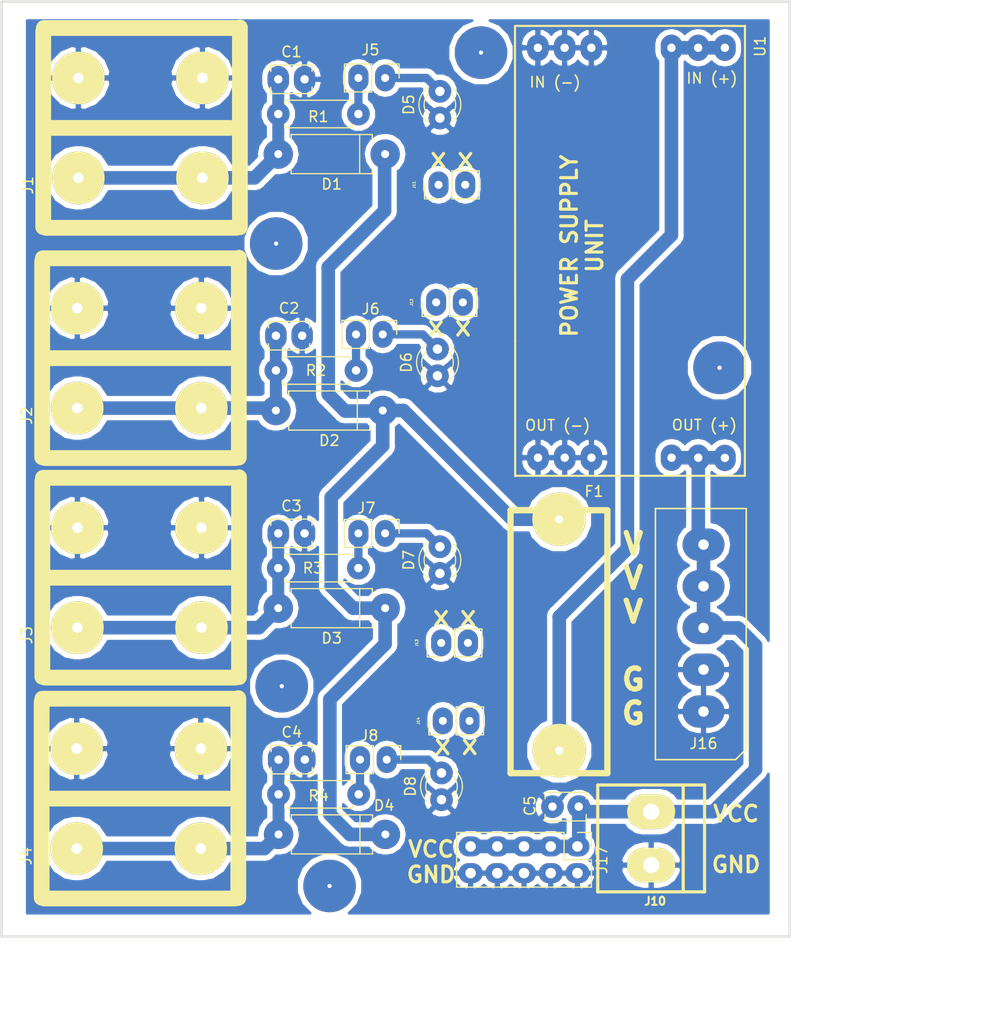
<source format=kicad_pcb>
(kicad_pcb (version 20171130) (host pcbnew "(5.0.2)-1")

  (general
    (thickness 1.6)
    (drawings 14)
    (tracks 88)
    (zones 0)
    (modules 34)
    (nets 25)
  )

  (page A4)
  (layers
    (0 F.Cu signal)
    (31 B.Cu signal)
    (32 B.Adhes user)
    (33 F.Adhes user)
    (34 B.Paste user)
    (35 F.Paste user)
    (36 B.SilkS user)
    (37 F.SilkS user)
    (38 B.Mask user)
    (39 F.Mask user)
    (40 Dwgs.User user)
    (41 Cmts.User user)
    (42 Eco1.User user)
    (43 Eco2.User user)
    (44 Edge.Cuts user)
    (45 Margin user)
    (46 B.CrtYd user)
    (47 F.CrtYd user)
    (48 B.Fab user)
    (49 F.Fab user)
  )

  (setup
    (last_trace_width 0.25)
    (trace_clearance 0.2)
    (zone_clearance 0.508)
    (zone_45_only no)
    (trace_min 0.2)
    (segment_width 0.19812)
    (edge_width 0.2286)
    (via_size 0.8)
    (via_drill 0.4)
    (via_min_size 0.4)
    (via_min_drill 0.3)
    (uvia_size 0.3)
    (uvia_drill 0.1)
    (uvias_allowed no)
    (uvia_min_size 0.2)
    (uvia_min_drill 0.1)
    (pcb_text_width 0.3)
    (pcb_text_size 1.5 1.5)
    (mod_edge_width 0.1524)
    (mod_text_size 1 1)
    (mod_text_width 0.15)
    (pad_size 1.905 2.286)
    (pad_drill 1)
    (pad_to_mask_clearance 0.051)
    (solder_mask_min_width 0.25)
    (aux_axis_origin 0 0)
    (visible_elements 7FFFF7FF)
    (pcbplotparams
      (layerselection 0x010fc_ffffffff)
      (usegerberextensions false)
      (usegerberattributes false)
      (usegerberadvancedattributes false)
      (creategerberjobfile false)
      (excludeedgelayer true)
      (linewidth 0.100000)
      (plotframeref false)
      (viasonmask false)
      (mode 1)
      (useauxorigin false)
      (hpglpennumber 1)
      (hpglpenspeed 20)
      (hpglpendiameter 15.000000)
      (psnegative false)
      (psa4output false)
      (plotreference true)
      (plotvalue true)
      (plotinvisibletext false)
      (padsonsilk false)
      (subtractmaskfromsilk false)
      (outputformat 1)
      (mirror false)
      (drillshape 1)
      (scaleselection 1)
      (outputdirectory "front/"))
  )

  (net 0 "")
  (net 1 GND)
  (net 2 "Net-(C1-Pad1)")
  (net 3 "Net-(C2-Pad1)")
  (net 4 "Net-(C3-Pad1)")
  (net 5 "Net-(C4-Pad1)")
  (net 6 "Net-(D1-Pad1)")
  (net 7 "Net-(D5-Pad2)")
  (net 8 "Net-(D6-Pad2)")
  (net 9 "Net-(D7-Pad2)")
  (net 10 "Net-(D8-Pad2)")
  (net 11 "Net-(J5-Pad2)")
  (net 12 "Net-(J6-Pad2)")
  (net 13 "Net-(J7-Pad2)")
  (net 14 "Net-(J8-Pad2)")
  (net 15 "Net-(J11-Pad1)")
  (net 16 "Net-(J11-Pad2)")
  (net 17 "Net-(J12-Pad2)")
  (net 18 "Net-(J12-Pad1)")
  (net 19 "Net-(J13-Pad1)")
  (net 20 "Net-(J13-Pad2)")
  (net 21 "Net-(J14-Pad2)")
  (net 22 "Net-(J14-Pad1)")
  (net 23 VCC)
  (net 24 "Net-(F1-Pad1)")

  (net_class Default "This is the default net class."
    (clearance 0.2)
    (trace_width 0.25)
    (via_dia 0.8)
    (via_drill 0.4)
    (uvia_dia 0.3)
    (uvia_drill 0.1)
  )

  (net_class Power ""
    (clearance 0.274)
    (trace_width 1.295)
    (via_dia 0.8)
    (via_drill 0.4)
    (uvia_dia 0.3)
    (uvia_drill 0.1)
    (add_net GND)
    (add_net "Net-(C1-Pad1)")
    (add_net "Net-(C2-Pad1)")
    (add_net "Net-(C3-Pad1)")
    (add_net "Net-(C4-Pad1)")
    (add_net "Net-(D1-Pad1)")
    (add_net "Net-(F1-Pad1)")
    (add_net "Net-(J11-Pad1)")
    (add_net "Net-(J11-Pad2)")
    (add_net "Net-(J12-Pad1)")
    (add_net "Net-(J12-Pad2)")
    (add_net "Net-(J13-Pad1)")
    (add_net "Net-(J13-Pad2)")
    (add_net "Net-(J14-Pad1)")
    (add_net "Net-(J14-Pad2)")
    (add_net VCC)
  )

  (net_class Signal ""
    (clearance 0.2)
    (trace_width 0.787)
    (via_dia 0.8)
    (via_drill 0.4)
    (uvia_dia 0.3)
    (uvia_drill 0.1)
    (add_net "Net-(D5-Pad2)")
    (add_net "Net-(D6-Pad2)")
    (add_net "Net-(D7-Pad2)")
    (add_net "Net-(D8-Pad2)")
    (add_net "Net-(J5-Pad2)")
    (add_net "Net-(J6-Pad2)")
    (add_net "Net-(J7-Pad2)")
    (add_net "Net-(J8-Pad2)")
  )

  (module _018:Buck_Regulator (layer F.Cu) (tedit 5D486816) (tstamp 5D54BA5C)
    (at 200.8632 32.3342 270)
    (descr "Through hole straight pin header, 1x16, 2.54mm pitch, single row")
    (tags "Through hole pin header THT 1x16 2.54mm single row")
    (path /5D48DBFE)
    (fp_text reference U1 (at -0.14 -3.35 270) (layer F.SilkS)
      (effects (font (size 1 1) (thickness 0.15)))
    )
    (fp_text value Buck (at 3.1 -3.425 270) (layer F.Fab)
      (effects (font (size 1 1) (thickness 0.15)))
    )
    (fp_text user "OUT (-)" (at 35.9 15.9) (layer F.SilkS)
      (effects (font (size 1 1) (thickness 0.15)))
    )
    (fp_text user "OUT (+)" (at 35.875 1.95) (layer F.SilkS)
      (effects (font (size 1 1) (thickness 0.15)))
    )
    (fp_text user "IN (-)" (at 3.275 16.15) (layer F.SilkS)
      (effects (font (size 1 1) (thickness 0.15)))
    )
    (fp_text user "IN (+)" (at 2.9 1.225) (layer F.SilkS)
      (effects (font (size 1 1) (thickness 0.15)))
    )
    (fp_line (start 27.87 19.94) (end 40.74 19.94) (layer F.SilkS) (width 0.2))
    (fp_line (start 27.8 -1.9) (end 40.7 -1.9) (layer F.SilkS) (width 0.2))
    (fp_line (start 40.7 -1.9) (end 40.7 19.9) (layer F.SilkS) (width 0.2))
    (fp_line (start 27.7 -1.9) (end 27.9 -1.9) (layer F.SilkS) (width 0.2))
    (fp_line (start -2.08 19.96) (end 27.91 19.94) (layer F.SilkS) (width 0.2))
    (fp_line (start -2.1 -1.91) (end 27.74 -1.91) (layer F.SilkS) (width 0.2))
    (fp_line (start -2.07 -0.93) (end -2.07 -1.92) (layer F.SilkS) (width 0.2))
    (fp_line (start -2.08 -0.9) (end -2.08 19.9) (layer F.SilkS) (width 0.2))
    (pad 1 thru_hole oval (at 0 0 270) (size 2.5 2.05) (drill 0.8) (layers *.Cu *.Mask)
      (net 24 "Net-(F1-Pad1)"))
    (pad 1 thru_hole oval (at 0 2.54 270) (size 2.5 2.05) (drill 0.8) (layers *.Cu *.Mask)
      (net 24 "Net-(F1-Pad1)"))
    (pad 1 thru_hole oval (at 0 5.08 270) (size 2.5 2.05) (drill 0.8) (layers *.Cu *.Mask)
      (net 24 "Net-(F1-Pad1)"))
    (pad 2 thru_hole oval (at 0 12.7 270) (size 2.5 2.05) (drill 0.8) (layers *.Cu *.Mask)
      (net 1 GND))
    (pad 2 thru_hole oval (at 0 15.24 270) (size 2.5 2.05) (drill 0.8) (layers *.Cu *.Mask)
      (net 1 GND))
    (pad 2 thru_hole oval (at 0 17.78 270) (size 2.5 2.05) (drill 0.8) (layers *.Cu *.Mask)
      (net 1 GND))
    (pad 4 thru_hole oval (at 39 0 270) (size 2.5 2.05) (drill 0.8) (layers *.Cu *.Mask)
      (net 23 VCC))
    (pad 4 thru_hole oval (at 38.98 2.53 270) (size 2.5 2.05) (drill 0.8) (layers *.Cu *.Mask)
      (net 23 VCC))
    (pad 4 thru_hole oval (at 38.98 5.07 270) (size 2.5 2.05) (drill 0.8) (layers *.Cu *.Mask)
      (net 23 VCC))
    (pad 3 thru_hole oval (at 38.98 12.69 270) (size 2.5 2.05) (drill 0.8) (layers *.Cu *.Mask)
      (net 1 GND))
    (pad 3 thru_hole oval (at 38.98 15.23 270) (size 2.5 2.05) (drill 0.8) (layers *.Cu *.Mask)
      (net 1 GND))
    (pad 3 thru_hole oval (at 38.98 17.77 270) (size 2.5 2.05) (drill 0.8) (layers *.Cu *.Mask)
      (net 1 GND))
    (model ${KISYS3DMOD}/Connector_PinSocket_2.54mm.3dshapes/PinSocket_1x08_P2.54mm_Vertical.step
      (offset (xyz 0 0 -0.6349999904632568))
      (scale (xyz 1 1 1))
      (rotate (xyz 0 0 0))
    )
    (model ${KISYS3DMOD}/Connector_PinSocket_2.54mm.3dshapes/PinSocket_1x08_P2.54mm_Vertical.step
      (offset (xyz 38.73499941825867 0 -0.6349999904632568))
      (scale (xyz 1 1 1))
      (rotate (xyz 0 0 0))
    )
  )

  (module _018:Cap_0.1in_pF (layer F.Cu) (tedit 5BA2F428) (tstamp 5CFF4B5F)
    (at 158.3944 35.3314)
    (descr "C, Disc series, Radial, pin pitch=2.50mm, , diameter*width=3.8*2.6mm^2, Capacitor, http://www.vishay.com/docs/45233/krseries.pdf")
    (tags "C Disc series Radial pin pitch 2.50mm  diameter 3.8mm width 2.6mm Capacitor")
    (path /5CF376D4)
    (fp_text reference C1 (at 1.25 -2.61) (layer F.SilkS)
      (effects (font (size 1 1) (thickness 0.15)))
    )
    (fp_text value C (at 1.25 2.61) (layer F.Fab)
      (effects (font (size 1 1) (thickness 0.15)))
    )
    (fp_text user %R (at 1.25 0) (layer F.Fab)
      (effects (font (size 1 1) (thickness 0.15)))
    )
    (fp_line (start 3.55 -1.65) (end -1.05 -1.65) (layer F.CrtYd) (width 0.05))
    (fp_line (start 3.55 1.65) (end 3.55 -1.65) (layer F.CrtYd) (width 0.05))
    (fp_line (start -1.05 1.65) (end 3.55 1.65) (layer F.CrtYd) (width 0.05))
    (fp_line (start -1.05 -1.65) (end -1.05 1.65) (layer F.CrtYd) (width 0.05))
    (fp_line (start 3.21 0.75) (end 3.21 1.36) (layer F.SilkS) (width 0.12))
    (fp_line (start 3.21 -1.36) (end 3.21 -0.75) (layer F.SilkS) (width 0.12))
    (fp_line (start -0.71 0.75) (end -0.71 1.36) (layer F.SilkS) (width 0.12))
    (fp_line (start -0.71 -1.36) (end -0.71 -0.75) (layer F.SilkS) (width 0.12))
    (fp_line (start -0.71 1.36) (end 3.21 1.36) (layer F.SilkS) (width 0.12))
    (fp_line (start -0.71 -1.36) (end 3.21 -1.36) (layer F.SilkS) (width 0.12))
    (fp_line (start 3.15 -1.3) (end -0.65 -1.3) (layer F.Fab) (width 0.1))
    (fp_line (start 3.15 1.3) (end 3.15 -1.3) (layer F.Fab) (width 0.1))
    (fp_line (start -0.65 1.3) (end 3.15 1.3) (layer F.Fab) (width 0.1))
    (fp_line (start -0.65 -1.3) (end -0.65 1.3) (layer F.Fab) (width 0.1))
    (pad 2 thru_hole oval (at 2.5 0) (size 2.032 2.54) (drill 0.8) (layers *.Cu *.Mask)
      (net 1 GND))
    (pad 1 thru_hole oval (at 0 0) (size 2.032 2.54) (drill 0.8) (layers *.Cu *.Mask)
      (net 2 "Net-(C1-Pad1)"))
    (model ${KISYS3DMOD}/Capacitor_THT.3dshapes/C_Disc_D3.8mm_W2.6mm_P2.50mm.wrl
      (at (xyz 0 0 0))
      (scale (xyz 1 1 1))
      (rotate (xyz 0 0 0))
    )
  )

  (module _018:Cap_0.1in_pF (layer F.Cu) (tedit 5BA2F428) (tstamp 5CFF4B74)
    (at 158.1658 59.7154)
    (descr "C, Disc series, Radial, pin pitch=2.50mm, , diameter*width=3.8*2.6mm^2, Capacitor, http://www.vishay.com/docs/45233/krseries.pdf")
    (tags "C Disc series Radial pin pitch 2.50mm  diameter 3.8mm width 2.6mm Capacitor")
    (path /5CF36591)
    (fp_text reference C2 (at 1.25 -2.61) (layer F.SilkS)
      (effects (font (size 1 1) (thickness 0.15)))
    )
    (fp_text value C (at 1.25 2.61) (layer F.Fab)
      (effects (font (size 1 1) (thickness 0.15)))
    )
    (fp_text user %R (at 1.25 0) (layer F.Fab)
      (effects (font (size 1 1) (thickness 0.15)))
    )
    (fp_line (start 3.55 -1.65) (end -1.05 -1.65) (layer F.CrtYd) (width 0.05))
    (fp_line (start 3.55 1.65) (end 3.55 -1.65) (layer F.CrtYd) (width 0.05))
    (fp_line (start -1.05 1.65) (end 3.55 1.65) (layer F.CrtYd) (width 0.05))
    (fp_line (start -1.05 -1.65) (end -1.05 1.65) (layer F.CrtYd) (width 0.05))
    (fp_line (start 3.21 0.75) (end 3.21 1.36) (layer F.SilkS) (width 0.12))
    (fp_line (start 3.21 -1.36) (end 3.21 -0.75) (layer F.SilkS) (width 0.12))
    (fp_line (start -0.71 0.75) (end -0.71 1.36) (layer F.SilkS) (width 0.12))
    (fp_line (start -0.71 -1.36) (end -0.71 -0.75) (layer F.SilkS) (width 0.12))
    (fp_line (start -0.71 1.36) (end 3.21 1.36) (layer F.SilkS) (width 0.12))
    (fp_line (start -0.71 -1.36) (end 3.21 -1.36) (layer F.SilkS) (width 0.12))
    (fp_line (start 3.15 -1.3) (end -0.65 -1.3) (layer F.Fab) (width 0.1))
    (fp_line (start 3.15 1.3) (end 3.15 -1.3) (layer F.Fab) (width 0.1))
    (fp_line (start -0.65 1.3) (end 3.15 1.3) (layer F.Fab) (width 0.1))
    (fp_line (start -0.65 -1.3) (end -0.65 1.3) (layer F.Fab) (width 0.1))
    (pad 2 thru_hole oval (at 2.5 0) (size 2.032 2.54) (drill 0.8) (layers *.Cu *.Mask)
      (net 1 GND))
    (pad 1 thru_hole oval (at 0 0) (size 2.032 2.54) (drill 0.8) (layers *.Cu *.Mask)
      (net 3 "Net-(C2-Pad1)"))
    (model ${KISYS3DMOD}/Capacitor_THT.3dshapes/C_Disc_D3.8mm_W2.6mm_P2.50mm.wrl
      (at (xyz 0 0 0))
      (scale (xyz 1 1 1))
      (rotate (xyz 0 0 0))
    )
  )

  (module _018:Cap_0.1in_pF (layer F.Cu) (tedit 5CF2B33D) (tstamp 5CFF4B89)
    (at 158.3944 78.5114)
    (descr "C, Disc series, Radial, pin pitch=2.50mm, , diameter*width=3.8*2.6mm^2, Capacitor, http://www.vishay.com/docs/45233/krseries.pdf")
    (tags "C Disc series Radial pin pitch 2.50mm  diameter 3.8mm width 2.6mm Capacitor")
    (path /5CF354DF)
    (fp_text reference C3 (at 1.25 -2.61) (layer F.SilkS)
      (effects (font (size 1 1) (thickness 0.15)))
    )
    (fp_text value C (at 1.25 2.61) (layer F.Fab)
      (effects (font (size 1 1) (thickness 0.15)))
    )
    (fp_text user %R (at 1.25 0) (layer F.Fab)
      (effects (font (size 1 1) (thickness 0.15)))
    )
    (fp_line (start 3.55 -1.65) (end -1.05 -1.65) (layer F.CrtYd) (width 0.05))
    (fp_line (start 3.55 1.65) (end 3.55 -1.65) (layer F.CrtYd) (width 0.05))
    (fp_line (start -1.05 1.65) (end 3.55 1.65) (layer F.CrtYd) (width 0.05))
    (fp_line (start -1.05 -1.65) (end -1.05 1.65) (layer F.CrtYd) (width 0.05))
    (fp_line (start 3.21 0.75) (end 3.21 1.36) (layer F.SilkS) (width 0.12))
    (fp_line (start 3.21 -1.36) (end 3.21 -0.75) (layer F.SilkS) (width 0.12))
    (fp_line (start -0.71 0.75) (end -0.71 1.36) (layer F.SilkS) (width 0.12))
    (fp_line (start -0.71 -1.36) (end -0.71 -0.75) (layer F.SilkS) (width 0.12))
    (fp_line (start -0.71 1.36) (end 3.21 1.36) (layer F.SilkS) (width 0.12))
    (fp_line (start -0.71 -1.36) (end 3.21 -1.36) (layer F.SilkS) (width 0.12))
    (fp_line (start 3.15 -1.3) (end -0.65 -1.3) (layer F.Fab) (width 0.1))
    (fp_line (start 3.15 1.3) (end 3.15 -1.3) (layer F.Fab) (width 0.1))
    (fp_line (start -0.65 1.3) (end 3.15 1.3) (layer F.Fab) (width 0.1))
    (fp_line (start -0.65 -1.3) (end -0.65 1.3) (layer F.Fab) (width 0.1))
    (pad 2 thru_hole oval (at 2.5 0) (size 2.032 2.54) (drill 0.8) (layers *.Cu *.Mask)
      (net 1 GND))
    (pad 1 thru_hole oval (at 0 0) (size 2.032 2.54) (drill 0.8) (layers *.Cu *.Mask)
      (net 4 "Net-(C3-Pad1)"))
    (model ${KISYS3DMOD}/Capacitor_THT.3dshapes/C_Disc_D3.8mm_W2.6mm_P2.50mm.wrl
      (at (xyz 0 0 0))
      (scale (xyz 1 1 1))
      (rotate (xyz 0 0 0))
    )
  )

  (module _018:Cap_0.1in_pF (layer F.Cu) (tedit 5BA2F428) (tstamp 5CFF4B9E)
    (at 158.4198 100.0252)
    (descr "C, Disc series, Radial, pin pitch=2.50mm, , diameter*width=3.8*2.6mm^2, Capacitor, http://www.vishay.com/docs/45233/krseries.pdf")
    (tags "C Disc series Radial pin pitch 2.50mm  diameter 3.8mm width 2.6mm Capacitor")
    (path /5CF38876)
    (fp_text reference C4 (at 1.25 -2.61) (layer F.SilkS)
      (effects (font (size 1 1) (thickness 0.15)))
    )
    (fp_text value C (at 1.25 2.61) (layer F.Fab)
      (effects (font (size 1 1) (thickness 0.15)))
    )
    (fp_line (start -0.65 -1.3) (end -0.65 1.3) (layer F.Fab) (width 0.1))
    (fp_line (start -0.65 1.3) (end 3.15 1.3) (layer F.Fab) (width 0.1))
    (fp_line (start 3.15 1.3) (end 3.15 -1.3) (layer F.Fab) (width 0.1))
    (fp_line (start 3.15 -1.3) (end -0.65 -1.3) (layer F.Fab) (width 0.1))
    (fp_line (start -0.71 -1.36) (end 3.21 -1.36) (layer F.SilkS) (width 0.12))
    (fp_line (start -0.71 1.36) (end 3.21 1.36) (layer F.SilkS) (width 0.12))
    (fp_line (start -0.71 -1.36) (end -0.71 -0.75) (layer F.SilkS) (width 0.12))
    (fp_line (start -0.71 0.75) (end -0.71 1.36) (layer F.SilkS) (width 0.12))
    (fp_line (start 3.21 -1.36) (end 3.21 -0.75) (layer F.SilkS) (width 0.12))
    (fp_line (start 3.21 0.75) (end 3.21 1.36) (layer F.SilkS) (width 0.12))
    (fp_line (start -1.05 -1.65) (end -1.05 1.65) (layer F.CrtYd) (width 0.05))
    (fp_line (start -1.05 1.65) (end 3.55 1.65) (layer F.CrtYd) (width 0.05))
    (fp_line (start 3.55 1.65) (end 3.55 -1.65) (layer F.CrtYd) (width 0.05))
    (fp_line (start 3.55 -1.65) (end -1.05 -1.65) (layer F.CrtYd) (width 0.05))
    (fp_text user %R (at 1.25 0) (layer F.Fab)
      (effects (font (size 1 1) (thickness 0.15)))
    )
    (pad 1 thru_hole oval (at 0 0) (size 2.032 2.54) (drill 0.8) (layers *.Cu *.Mask)
      (net 5 "Net-(C4-Pad1)"))
    (pad 2 thru_hole oval (at 2.5 0) (size 2.032 2.54) (drill 0.8) (layers *.Cu *.Mask)
      (net 1 GND))
    (model ${KISYS3DMOD}/Capacitor_THT.3dshapes/C_Disc_D3.8mm_W2.6mm_P2.50mm.wrl
      (at (xyz 0 0 0))
      (scale (xyz 1 1 1))
      (rotate (xyz 0 0 0))
    )
  )

  (module _018:Diode_Small (layer F.Cu) (tedit 5B5655A4) (tstamp 5CFF4BCB)
    (at 168.5544 42.4434 180)
    (descr "D, DO-15 series, Axial, Horizontal, pin pitch=10.16mm, , length*diameter=7.6*3.6mm^2, , http://www.diodes.com/_files/packages/DO-15.pdf")
    (tags "D DO-15 series Axial Horizontal pin pitch 10.16mm  length 7.6mm diameter 3.6mm")
    (path /5CF2B08D)
    (fp_text reference D1 (at 5.08 -2.86 180) (layer F.SilkS)
      (effects (font (size 1 1) (thickness 0.15)))
    )
    (fp_text value 1N6857 (at 5.08 2.86 180) (layer F.Fab)
      (effects (font (size 1 1) (thickness 0.15)))
    )
    (fp_line (start 11.65 -2.15) (end -1.45 -2.15) (layer F.CrtYd) (width 0.05))
    (fp_line (start 11.65 2.15) (end 11.65 -2.15) (layer F.CrtYd) (width 0.05))
    (fp_line (start -1.45 2.15) (end 11.65 2.15) (layer F.CrtYd) (width 0.05))
    (fp_line (start -1.45 -2.15) (end -1.45 2.15) (layer F.CrtYd) (width 0.05))
    (fp_line (start 2.42 -1.86) (end 2.42 1.86) (layer F.SilkS) (width 0.12))
    (fp_line (start 8.94 1.86) (end 8.94 1.38) (layer F.SilkS) (width 0.12))
    (fp_line (start 1.22 1.86) (end 8.94 1.86) (layer F.SilkS) (width 0.12))
    (fp_line (start 1.22 1.38) (end 1.22 1.86) (layer F.SilkS) (width 0.12))
    (fp_line (start 8.94 -1.86) (end 8.94 -1.38) (layer F.SilkS) (width 0.12))
    (fp_line (start 1.22 -1.86) (end 8.94 -1.86) (layer F.SilkS) (width 0.12))
    (fp_line (start 1.22 -1.38) (end 1.22 -1.86) (layer F.SilkS) (width 0.12))
    (fp_line (start 2.42 -1.8) (end 2.42 1.8) (layer F.Fab) (width 0.1))
    (fp_line (start 10.16 0) (end 8.88 0) (layer F.Fab) (width 0.1))
    (fp_line (start 0 0) (end 1.28 0) (layer F.Fab) (width 0.1))
    (fp_line (start 8.88 -1.8) (end 1.28 -1.8) (layer F.Fab) (width 0.1))
    (fp_line (start 8.88 1.8) (end 8.88 -1.8) (layer F.Fab) (width 0.1))
    (fp_line (start 1.28 1.8) (end 8.88 1.8) (layer F.Fab) (width 0.1))
    (fp_line (start 1.28 -1.8) (end 1.28 1.8) (layer F.Fab) (width 0.1))
    (pad 2 thru_hole oval (at 10.16 0 180) (size 2.794 2.794) (drill 0.762) (layers *.Cu *.Mask)
      (net 2 "Net-(C1-Pad1)"))
    (pad 1 thru_hole oval (at 0 0 180) (size 2.794 2.794) (drill 0.762) (layers *.Cu *.Mask)
      (net 6 "Net-(D1-Pad1)"))
    (model ${KISYS3DMOD}/Diode_THT.3dshapes/D_DO-41_SOD81_P10.16mm_Horizontal.wrl
      (at (xyz 0 0 0))
      (scale (xyz 1 1 1))
      (rotate (xyz 0 0 0))
    )
  )

  (module _018:Diode_Small (layer F.Cu) (tedit 5CF2B35F) (tstamp 5CFF4BE3)
    (at 168.3258 66.8274 180)
    (descr "D, DO-15 series, Axial, Horizontal, pin pitch=10.16mm, , length*diameter=7.6*3.6mm^2, , http://www.diodes.com/_files/packages/DO-15.pdf")
    (tags "D DO-15 series Axial Horizontal pin pitch 10.16mm  length 7.6mm diameter 3.6mm")
    (path /5CF2A660)
    (fp_text reference D2 (at 5.08 -2.86 180) (layer F.SilkS)
      (effects (font (size 1 1) (thickness 0.15)))
    )
    (fp_text value 1N6857 (at 5.08 2.86 180) (layer F.Fab)
      (effects (font (size 1 1) (thickness 0.15)))
    )
    (fp_line (start 1.28 -1.8) (end 1.28 1.8) (layer F.Fab) (width 0.1))
    (fp_line (start 1.28 1.8) (end 8.88 1.8) (layer F.Fab) (width 0.1))
    (fp_line (start 8.88 1.8) (end 8.88 -1.8) (layer F.Fab) (width 0.1))
    (fp_line (start 8.88 -1.8) (end 1.28 -1.8) (layer F.Fab) (width 0.1))
    (fp_line (start 0 0) (end 1.28 0) (layer F.Fab) (width 0.1))
    (fp_line (start 10.16 0) (end 8.88 0) (layer F.Fab) (width 0.1))
    (fp_line (start 2.42 -1.8) (end 2.42 1.8) (layer F.Fab) (width 0.1))
    (fp_line (start 1.22 -1.38) (end 1.22 -1.86) (layer F.SilkS) (width 0.12))
    (fp_line (start 1.22 -1.86) (end 8.94 -1.86) (layer F.SilkS) (width 0.12))
    (fp_line (start 8.94 -1.86) (end 8.94 -1.38) (layer F.SilkS) (width 0.12))
    (fp_line (start 1.22 1.38) (end 1.22 1.86) (layer F.SilkS) (width 0.12))
    (fp_line (start 1.22 1.86) (end 8.94 1.86) (layer F.SilkS) (width 0.12))
    (fp_line (start 8.94 1.86) (end 8.94 1.38) (layer F.SilkS) (width 0.12))
    (fp_line (start 2.42 -1.86) (end 2.42 1.86) (layer F.SilkS) (width 0.12))
    (fp_line (start -1.45 -2.15) (end -1.45 2.15) (layer F.CrtYd) (width 0.05))
    (fp_line (start -1.45 2.15) (end 11.65 2.15) (layer F.CrtYd) (width 0.05))
    (fp_line (start 11.65 2.15) (end 11.65 -2.15) (layer F.CrtYd) (width 0.05))
    (fp_line (start 11.65 -2.15) (end -1.45 -2.15) (layer F.CrtYd) (width 0.05))
    (pad 1 thru_hole oval (at 0 0 180) (size 2.794 2.794) (drill 0.762) (layers *.Cu *.Mask)
      (net 6 "Net-(D1-Pad1)"))
    (pad 2 thru_hole oval (at 10.16 0 180) (size 2.794 2.794) (drill 0.762) (layers *.Cu *.Mask)
      (net 3 "Net-(C2-Pad1)"))
    (model ${KISYS3DMOD}/Diode_THT.3dshapes/D_DO-41_SOD81_P10.16mm_Horizontal.wrl
      (at (xyz 0 0 0))
      (scale (xyz 1 1 1))
      (rotate (xyz 0 0 0))
    )
  )

  (module _018:Diode_Small (layer F.Cu) (tedit 5B5655A4) (tstamp 5CFF4BFB)
    (at 168.5544 85.6234 180)
    (descr "D, DO-15 series, Axial, Horizontal, pin pitch=10.16mm, , length*diameter=7.6*3.6mm^2, , http://www.diodes.com/_files/packages/DO-15.pdf")
    (tags "D DO-15 series Axial Horizontal pin pitch 10.16mm  length 7.6mm diameter 3.6mm")
    (path /5CF2AAAD)
    (fp_text reference D3 (at 5.08 -2.86 180) (layer F.SilkS)
      (effects (font (size 1 1) (thickness 0.15)))
    )
    (fp_text value 1N6857 (at 5.08 2.86 180) (layer F.Fab)
      (effects (font (size 1 1) (thickness 0.15)))
    )
    (fp_line (start 11.65 -2.15) (end -1.45 -2.15) (layer F.CrtYd) (width 0.05))
    (fp_line (start 11.65 2.15) (end 11.65 -2.15) (layer F.CrtYd) (width 0.05))
    (fp_line (start -1.45 2.15) (end 11.65 2.15) (layer F.CrtYd) (width 0.05))
    (fp_line (start -1.45 -2.15) (end -1.45 2.15) (layer F.CrtYd) (width 0.05))
    (fp_line (start 2.42 -1.86) (end 2.42 1.86) (layer F.SilkS) (width 0.12))
    (fp_line (start 8.94 1.86) (end 8.94 1.38) (layer F.SilkS) (width 0.12))
    (fp_line (start 1.22 1.86) (end 8.94 1.86) (layer F.SilkS) (width 0.12))
    (fp_line (start 1.22 1.38) (end 1.22 1.86) (layer F.SilkS) (width 0.12))
    (fp_line (start 8.94 -1.86) (end 8.94 -1.38) (layer F.SilkS) (width 0.12))
    (fp_line (start 1.22 -1.86) (end 8.94 -1.86) (layer F.SilkS) (width 0.12))
    (fp_line (start 1.22 -1.38) (end 1.22 -1.86) (layer F.SilkS) (width 0.12))
    (fp_line (start 2.42 -1.8) (end 2.42 1.8) (layer F.Fab) (width 0.1))
    (fp_line (start 10.16 0) (end 8.88 0) (layer F.Fab) (width 0.1))
    (fp_line (start 0 0) (end 1.28 0) (layer F.Fab) (width 0.1))
    (fp_line (start 8.88 -1.8) (end 1.28 -1.8) (layer F.Fab) (width 0.1))
    (fp_line (start 8.88 1.8) (end 8.88 -1.8) (layer F.Fab) (width 0.1))
    (fp_line (start 1.28 1.8) (end 8.88 1.8) (layer F.Fab) (width 0.1))
    (fp_line (start 1.28 -1.8) (end 1.28 1.8) (layer F.Fab) (width 0.1))
    (pad 2 thru_hole oval (at 10.16 0 180) (size 2.794 2.794) (drill 0.762) (layers *.Cu *.Mask)
      (net 4 "Net-(C3-Pad1)"))
    (pad 1 thru_hole oval (at 0 0 180) (size 2.794 2.794) (drill 0.762) (layers *.Cu *.Mask)
      (net 6 "Net-(D1-Pad1)"))
    (model ${KISYS3DMOD}/Diode_THT.3dshapes/D_DO-41_SOD81_P10.16mm_Horizontal.wrl
      (at (xyz 0 0 0))
      (scale (xyz 1 1 1))
      (rotate (xyz 0 0 0))
    )
  )

  (module _018:Diode_Small (layer F.Cu) (tedit 5B5655A4) (tstamp 5CFF4C13)
    (at 168.5798 107.1372 180)
    (descr "D, DO-15 series, Axial, Horizontal, pin pitch=10.16mm, , length*diameter=7.6*3.6mm^2, , http://www.diodes.com/_files/packages/DO-15.pdf")
    (tags "D DO-15 series Axial Horizontal pin pitch 10.16mm  length 7.6mm diameter 3.6mm")
    (path /5CF2AC6D)
    (fp_text reference D4 (at 0.127 2.7432 180) (layer F.SilkS)
      (effects (font (size 1 1) (thickness 0.15)))
    )
    (fp_text value 1N6857 (at 5.08 2.86 180) (layer F.Fab)
      (effects (font (size 1 1) (thickness 0.15)))
    )
    (fp_line (start 1.28 -1.8) (end 1.28 1.8) (layer F.Fab) (width 0.1))
    (fp_line (start 1.28 1.8) (end 8.88 1.8) (layer F.Fab) (width 0.1))
    (fp_line (start 8.88 1.8) (end 8.88 -1.8) (layer F.Fab) (width 0.1))
    (fp_line (start 8.88 -1.8) (end 1.28 -1.8) (layer F.Fab) (width 0.1))
    (fp_line (start 0 0) (end 1.28 0) (layer F.Fab) (width 0.1))
    (fp_line (start 10.16 0) (end 8.88 0) (layer F.Fab) (width 0.1))
    (fp_line (start 2.42 -1.8) (end 2.42 1.8) (layer F.Fab) (width 0.1))
    (fp_line (start 1.22 -1.38) (end 1.22 -1.86) (layer F.SilkS) (width 0.12))
    (fp_line (start 1.22 -1.86) (end 8.94 -1.86) (layer F.SilkS) (width 0.12))
    (fp_line (start 8.94 -1.86) (end 8.94 -1.38) (layer F.SilkS) (width 0.12))
    (fp_line (start 1.22 1.38) (end 1.22 1.86) (layer F.SilkS) (width 0.12))
    (fp_line (start 1.22 1.86) (end 8.94 1.86) (layer F.SilkS) (width 0.12))
    (fp_line (start 8.94 1.86) (end 8.94 1.38) (layer F.SilkS) (width 0.12))
    (fp_line (start 2.42 -1.86) (end 2.42 1.86) (layer F.SilkS) (width 0.12))
    (fp_line (start -1.45 -2.15) (end -1.45 2.15) (layer F.CrtYd) (width 0.05))
    (fp_line (start -1.45 2.15) (end 11.65 2.15) (layer F.CrtYd) (width 0.05))
    (fp_line (start 11.65 2.15) (end 11.65 -2.15) (layer F.CrtYd) (width 0.05))
    (fp_line (start 11.65 -2.15) (end -1.45 -2.15) (layer F.CrtYd) (width 0.05))
    (pad 1 thru_hole oval (at 0 0 180) (size 2.794 2.794) (drill 0.762) (layers *.Cu *.Mask)
      (net 6 "Net-(D1-Pad1)"))
    (pad 2 thru_hole oval (at 10.16 0 180) (size 2.794 2.794) (drill 0.762) (layers *.Cu *.Mask)
      (net 5 "Net-(C4-Pad1)"))
    (model ${KISYS3DMOD}/Diode_THT.3dshapes/D_DO-41_SOD81_P10.16mm_Horizontal.wrl
      (at (xyz 0 0 0))
      (scale (xyz 1 1 1))
      (rotate (xyz 0 0 0))
    )
  )

  (module _018:LED_D3.0mm (layer F.Cu) (tedit 5C572199) (tstamp 5CFF4C26)
    (at 173.7614 39.0144 90)
    (descr "LED, diameter 3.0mm, 2 pins")
    (tags "LED diameter 3.0mm 2 pins")
    (path /5CF2B0A9)
    (fp_text reference D5 (at 1.27 -2.96 90) (layer F.SilkS)
      (effects (font (size 1 1) (thickness 0.15)))
    )
    (fp_text value LED (at 1.27 2.96 90) (layer F.Fab)
      (effects (font (size 1 1) (thickness 0.15)))
    )
    (fp_line (start 3.7 -2.25) (end -1.15 -2.25) (layer F.CrtYd) (width 0.05))
    (fp_line (start 3.7 2.25) (end 3.7 -2.25) (layer F.CrtYd) (width 0.05))
    (fp_line (start -1.15 2.25) (end 3.7 2.25) (layer F.CrtYd) (width 0.05))
    (fp_line (start -1.15 -2.25) (end -1.15 2.25) (layer F.CrtYd) (width 0.05))
    (fp_line (start -0.29 1.08) (end -0.29 1.236) (layer F.SilkS) (width 0.12))
    (fp_line (start -0.29 -1.236) (end -0.29 -1.08) (layer F.SilkS) (width 0.12))
    (fp_line (start -0.23 -1.16619) (end -0.23 1.16619) (layer F.Fab) (width 0.1))
    (fp_circle (center 1.27 0) (end 2.77 0) (layer F.Fab) (width 0.1))
    (fp_arc (start 1.27 0) (end 0.229039 1.08) (angle -87.9) (layer F.SilkS) (width 0.12))
    (fp_arc (start 1.27 0) (end 0.229039 -1.08) (angle 87.9) (layer F.SilkS) (width 0.12))
    (fp_arc (start 1.27 0) (end -0.29 1.235516) (angle -108.8) (layer F.SilkS) (width 0.12))
    (fp_arc (start 1.27 0) (end -0.29 -1.235516) (angle 108.8) (layer F.SilkS) (width 0.12))
    (fp_arc (start 1.27 0) (end -0.23 -1.16619) (angle 284.3) (layer F.Fab) (width 0.1))
    (pad 2 thru_hole circle (at 2.54 0 90) (size 2.159 2.159) (drill 0.9) (layers *.Cu *.Mask)
      (net 7 "Net-(D5-Pad2)"))
    (pad 1 thru_hole circle (at 0 0 90) (size 2.159 2.159) (drill 0.9) (layers *.Cu *.Mask)
      (net 1 GND))
    (model ${KISYS3DMOD}/LED_THT.3dshapes/LED_D3.0mm.step
      (offset (xyz 0 0 -3.174999952316284))
      (scale (xyz 1 1 1))
      (rotate (xyz 0 0 0))
    )
  )

  (module _018:LED_D3.0mm (layer F.Cu) (tedit 5C572199) (tstamp 5CFF4C39)
    (at 173.5328 63.5254 90)
    (descr "LED, diameter 3.0mm, 2 pins")
    (tags "LED diameter 3.0mm 2 pins")
    (path /5CF2A8BD)
    (fp_text reference D6 (at 1.27 -2.96 90) (layer F.SilkS)
      (effects (font (size 1 1) (thickness 0.15)))
    )
    (fp_text value LED (at 1.27 2.96 90) (layer F.Fab)
      (effects (font (size 1 1) (thickness 0.15)))
    )
    (fp_line (start 3.7 -2.25) (end -1.15 -2.25) (layer F.CrtYd) (width 0.05))
    (fp_line (start 3.7 2.25) (end 3.7 -2.25) (layer F.CrtYd) (width 0.05))
    (fp_line (start -1.15 2.25) (end 3.7 2.25) (layer F.CrtYd) (width 0.05))
    (fp_line (start -1.15 -2.25) (end -1.15 2.25) (layer F.CrtYd) (width 0.05))
    (fp_line (start -0.29 1.08) (end -0.29 1.236) (layer F.SilkS) (width 0.12))
    (fp_line (start -0.29 -1.236) (end -0.29 -1.08) (layer F.SilkS) (width 0.12))
    (fp_line (start -0.23 -1.16619) (end -0.23 1.16619) (layer F.Fab) (width 0.1))
    (fp_circle (center 1.27 0) (end 2.77 0) (layer F.Fab) (width 0.1))
    (fp_arc (start 1.27 0) (end 0.229039 1.08) (angle -87.9) (layer F.SilkS) (width 0.12))
    (fp_arc (start 1.27 0) (end 0.229039 -1.08) (angle 87.9) (layer F.SilkS) (width 0.12))
    (fp_arc (start 1.27 0) (end -0.29 1.235516) (angle -108.8) (layer F.SilkS) (width 0.12))
    (fp_arc (start 1.27 0) (end -0.29 -1.235516) (angle 108.8) (layer F.SilkS) (width 0.12))
    (fp_arc (start 1.27 0) (end -0.23 -1.16619) (angle 284.3) (layer F.Fab) (width 0.1))
    (pad 2 thru_hole circle (at 2.54 0 90) (size 2.159 2.159) (drill 0.9) (layers *.Cu *.Mask)
      (net 8 "Net-(D6-Pad2)"))
    (pad 1 thru_hole circle (at 0 0 90) (size 2.159 2.159) (drill 0.9) (layers *.Cu *.Mask)
      (net 1 GND))
    (model ${KISYS3DMOD}/LED_THT.3dshapes/LED_D3.0mm.step
      (offset (xyz 0 0 -3.174999952316284))
      (scale (xyz 1 1 1))
      (rotate (xyz 0 0 0))
    )
  )

  (module _018:LED_D3.0mm (layer F.Cu) (tedit 5C572199) (tstamp 5CFF4C4C)
    (at 173.7614 82.3214 90)
    (descr "LED, diameter 3.0mm, 2 pins")
    (tags "LED diameter 3.0mm 2 pins")
    (path /5CF2AAC9)
    (fp_text reference D7 (at 1.27 -2.96 90) (layer F.SilkS)
      (effects (font (size 1 1) (thickness 0.15)))
    )
    (fp_text value LED (at 1.27 2.96 90) (layer F.Fab)
      (effects (font (size 1 1) (thickness 0.15)))
    )
    (fp_line (start 3.7 -2.25) (end -1.15 -2.25) (layer F.CrtYd) (width 0.05))
    (fp_line (start 3.7 2.25) (end 3.7 -2.25) (layer F.CrtYd) (width 0.05))
    (fp_line (start -1.15 2.25) (end 3.7 2.25) (layer F.CrtYd) (width 0.05))
    (fp_line (start -1.15 -2.25) (end -1.15 2.25) (layer F.CrtYd) (width 0.05))
    (fp_line (start -0.29 1.08) (end -0.29 1.236) (layer F.SilkS) (width 0.12))
    (fp_line (start -0.29 -1.236) (end -0.29 -1.08) (layer F.SilkS) (width 0.12))
    (fp_line (start -0.23 -1.16619) (end -0.23 1.16619) (layer F.Fab) (width 0.1))
    (fp_circle (center 1.27 0) (end 2.77 0) (layer F.Fab) (width 0.1))
    (fp_arc (start 1.27 0) (end 0.229039 1.08) (angle -87.9) (layer F.SilkS) (width 0.12))
    (fp_arc (start 1.27 0) (end 0.229039 -1.08) (angle 87.9) (layer F.SilkS) (width 0.12))
    (fp_arc (start 1.27 0) (end -0.29 1.235516) (angle -108.8) (layer F.SilkS) (width 0.12))
    (fp_arc (start 1.27 0) (end -0.29 -1.235516) (angle 108.8) (layer F.SilkS) (width 0.12))
    (fp_arc (start 1.27 0) (end -0.23 -1.16619) (angle 284.3) (layer F.Fab) (width 0.1))
    (pad 2 thru_hole circle (at 2.54 0 90) (size 2.159 2.159) (drill 0.9) (layers *.Cu *.Mask)
      (net 9 "Net-(D7-Pad2)"))
    (pad 1 thru_hole circle (at 0 0 90) (size 2.159 2.159) (drill 0.9) (layers *.Cu *.Mask)
      (net 1 GND))
    (model ${KISYS3DMOD}/LED_THT.3dshapes/LED_D3.0mm.step
      (offset (xyz 0 0 -3.174999952316284))
      (scale (xyz 1 1 1))
      (rotate (xyz 0 0 0))
    )
  )

  (module _018:LED_D3.0mm (layer F.Cu) (tedit 5C572199) (tstamp 5CFF4C5F)
    (at 173.9138 103.8352 90)
    (descr "LED, diameter 3.0mm, 2 pins")
    (tags "LED diameter 3.0mm 2 pins")
    (path /5CF2AC89)
    (fp_text reference D8 (at 1.27 -2.96 90) (layer F.SilkS)
      (effects (font (size 1 1) (thickness 0.15)))
    )
    (fp_text value LED (at 1.27 2.96 90) (layer F.Fab)
      (effects (font (size 1 1) (thickness 0.15)))
    )
    (fp_arc (start 1.27 0) (end -0.23 -1.16619) (angle 284.3) (layer F.Fab) (width 0.1))
    (fp_arc (start 1.27 0) (end -0.29 -1.235516) (angle 108.8) (layer F.SilkS) (width 0.12))
    (fp_arc (start 1.27 0) (end -0.29 1.235516) (angle -108.8) (layer F.SilkS) (width 0.12))
    (fp_arc (start 1.27 0) (end 0.229039 -1.08) (angle 87.9) (layer F.SilkS) (width 0.12))
    (fp_arc (start 1.27 0) (end 0.229039 1.08) (angle -87.9) (layer F.SilkS) (width 0.12))
    (fp_circle (center 1.27 0) (end 2.77 0) (layer F.Fab) (width 0.1))
    (fp_line (start -0.23 -1.16619) (end -0.23 1.16619) (layer F.Fab) (width 0.1))
    (fp_line (start -0.29 -1.236) (end -0.29 -1.08) (layer F.SilkS) (width 0.12))
    (fp_line (start -0.29 1.08) (end -0.29 1.236) (layer F.SilkS) (width 0.12))
    (fp_line (start -1.15 -2.25) (end -1.15 2.25) (layer F.CrtYd) (width 0.05))
    (fp_line (start -1.15 2.25) (end 3.7 2.25) (layer F.CrtYd) (width 0.05))
    (fp_line (start 3.7 2.25) (end 3.7 -2.25) (layer F.CrtYd) (width 0.05))
    (fp_line (start 3.7 -2.25) (end -1.15 -2.25) (layer F.CrtYd) (width 0.05))
    (pad 1 thru_hole circle (at 0 0 90) (size 2.159 2.159) (drill 0.9) (layers *.Cu *.Mask)
      (net 1 GND))
    (pad 2 thru_hole circle (at 2.54 0 90) (size 2.159 2.159) (drill 0.9) (layers *.Cu *.Mask)
      (net 10 "Net-(D8-Pad2)"))
    (model ${KISYS3DMOD}/LED_THT.3dshapes/LED_D3.0mm.step
      (offset (xyz 0 0 -3.174999952316284))
      (scale (xyz 1 1 1))
      (rotate (xyz 0 0 0))
    )
  )

  (module _018:FUSE (layer F.Cu) (tedit 5CF2B0C2) (tstamp 5CFF4C7C)
    (at 184.5848 88.5925 270)
    (path /5CF2F713)
    (fp_text reference F1 (at -14.0689 -3.8324) (layer F.SilkS)
      (effects (font (size 1 1) (thickness 0.15)))
    )
    (fp_text value Fuse (at -0.0989 -0.0224 90) (layer F.SilkS) hide
      (effects (font (size 1 1) (thickness 0.15)))
    )
    (fp_line (start -12.2809 -5.1054) (end 12.7191 -5.1054) (layer F.SilkS) (width 0.6))
    (fp_line (start 12.7191 -5.1054) (end 12.7191 4.1046) (layer F.SilkS) (width 0.6))
    (fp_line (start 12.7191 4.1046) (end -12.2809 4.1046) (layer F.SilkS) (width 0.6))
    (fp_line (start -12.2809 4.1046) (end -12.2809 -5.1054) (layer F.SilkS) (width 0.6))
    (pad 1 thru_hole circle (at 10.5691 -0.5304) (size 5.08 5.08) (drill 0.762) (layers *.Cu *.Mask F.SilkS)
      (net 24 "Net-(F1-Pad1)"))
    (pad 2 thru_hole circle (at -11.4309 -0.5054) (size 5.08 5.08) (drill 0.762) (layers *.Cu *.Mask F.SilkS)
      (net 6 "Net-(D1-Pad1)"))
    (model ${KICAD_CUSTOM}/_3D/NO_IP_3Ds/misc_comp/fuse_cq-200c.wrl
      (offset (xyz -0.6349999904632568 0.6349999904632568 0))
      (scale (xyz 1 1 1))
      (rotate (xyz 0 0 90))
    )
  )

  (module Connector_PinHeader_2.54mm:PinHeader_1x02_P2.54mm_Vertical (layer F.Cu) (tedit 5CF2B324) (tstamp 5CFF4CBE)
    (at 168.5544 35.2044 270)
    (descr "Through hole straight pin header, 1x02, 2.54mm pitch, single row")
    (tags "Through hole pin header THT 1x02 2.54mm single row")
    (path /5CF2B0A2)
    (fp_text reference J5 (at -2.667 1.397) (layer F.SilkS)
      (effects (font (size 1 1) (thickness 0.15)))
    )
    (fp_text value Conn_01x02_Male (at 0 4.87 270) (layer F.Fab)
      (effects (font (size 1 1) (thickness 0.15)))
    )
    (fp_text user %R (at 0 1.27) (layer F.Fab)
      (effects (font (size 1 1) (thickness 0.15)))
    )
    (fp_line (start 1.8 -1.8) (end -1.8 -1.8) (layer F.CrtYd) (width 0.05))
    (fp_line (start 1.8 4.35) (end 1.8 -1.8) (layer F.CrtYd) (width 0.05))
    (fp_line (start -1.8 4.35) (end 1.8 4.35) (layer F.CrtYd) (width 0.05))
    (fp_line (start -1.8 -1.8) (end -1.8 4.35) (layer F.CrtYd) (width 0.05))
    (fp_line (start -1.33 -1.33) (end 0 -1.33) (layer F.SilkS) (width 0.12))
    (fp_line (start -1.33 0) (end -1.33 -1.33) (layer F.SilkS) (width 0.12))
    (fp_line (start -1.33 1.27) (end 1.33 1.27) (layer F.SilkS) (width 0.12))
    (fp_line (start 1.33 1.27) (end 1.33 3.87) (layer F.SilkS) (width 0.12))
    (fp_line (start -1.33 1.27) (end -1.33 3.87) (layer F.SilkS) (width 0.12))
    (fp_line (start -1.33 3.87) (end 1.33 3.87) (layer F.SilkS) (width 0.12))
    (fp_line (start -1.27 -0.635) (end -0.635 -1.27) (layer F.Fab) (width 0.1))
    (fp_line (start -1.27 3.81) (end -1.27 -0.635) (layer F.Fab) (width 0.1))
    (fp_line (start 1.27 3.81) (end -1.27 3.81) (layer F.Fab) (width 0.1))
    (fp_line (start 1.27 -1.27) (end 1.27 3.81) (layer F.Fab) (width 0.1))
    (fp_line (start -0.635 -1.27) (end 1.27 -1.27) (layer F.Fab) (width 0.1))
    (pad 2 thru_hole oval (at 0 2.54 270) (size 2.54 1.905) (drill 0.762) (layers *.Cu *.Mask)
      (net 11 "Net-(J5-Pad2)"))
    (pad 1 thru_hole oval (at 0 0 270) (size 2.54 1.905) (drill 0.762) (layers *.Cu *.Mask)
      (net 7 "Net-(D5-Pad2)"))
    (model ${KISYS3DMOD}/Connector_PinHeader_2.54mm.3dshapes/PinHeader_1x02_P2.54mm_Vertical.wrl
      (at (xyz 0 0 0))
      (scale (xyz 1 1 1))
      (rotate (xyz 0 0 0))
    )
  )

  (module Connector_PinHeader_2.54mm:PinHeader_1x02_P2.54mm_Vertical (layer F.Cu) (tedit 59FED5CC) (tstamp 5CFF4CD4)
    (at 168.3258 59.5884 270)
    (descr "Through hole straight pin header, 1x02, 2.54mm pitch, single row")
    (tags "Through hole pin header THT 1x02 2.54mm single row")
    (path /5CF2A807)
    (fp_text reference J6 (at -2.413 1.143) (layer F.SilkS)
      (effects (font (size 1 1) (thickness 0.15)))
    )
    (fp_text value Conn_01x02_Male (at 0 4.87 270) (layer F.Fab)
      (effects (font (size 1 1) (thickness 0.15)))
    )
    (fp_text user %R (at 0 1.27) (layer F.Fab)
      (effects (font (size 1 1) (thickness 0.15)))
    )
    (fp_line (start 1.8 -1.8) (end -1.8 -1.8) (layer F.CrtYd) (width 0.05))
    (fp_line (start 1.8 4.35) (end 1.8 -1.8) (layer F.CrtYd) (width 0.05))
    (fp_line (start -1.8 4.35) (end 1.8 4.35) (layer F.CrtYd) (width 0.05))
    (fp_line (start -1.8 -1.8) (end -1.8 4.35) (layer F.CrtYd) (width 0.05))
    (fp_line (start -1.33 -1.33) (end 0 -1.33) (layer F.SilkS) (width 0.12))
    (fp_line (start -1.33 0) (end -1.33 -1.33) (layer F.SilkS) (width 0.12))
    (fp_line (start -1.33 1.27) (end 1.33 1.27) (layer F.SilkS) (width 0.12))
    (fp_line (start 1.33 1.27) (end 1.33 3.87) (layer F.SilkS) (width 0.12))
    (fp_line (start -1.33 1.27) (end -1.33 3.87) (layer F.SilkS) (width 0.12))
    (fp_line (start -1.33 3.87) (end 1.33 3.87) (layer F.SilkS) (width 0.12))
    (fp_line (start -1.27 -0.635) (end -0.635 -1.27) (layer F.Fab) (width 0.1))
    (fp_line (start -1.27 3.81) (end -1.27 -0.635) (layer F.Fab) (width 0.1))
    (fp_line (start 1.27 3.81) (end -1.27 3.81) (layer F.Fab) (width 0.1))
    (fp_line (start 1.27 -1.27) (end 1.27 3.81) (layer F.Fab) (width 0.1))
    (fp_line (start -0.635 -1.27) (end 1.27 -1.27) (layer F.Fab) (width 0.1))
    (pad 2 thru_hole oval (at 0 2.54 270) (size 2.54 1.905) (drill 0.762) (layers *.Cu *.Mask)
      (net 12 "Net-(J6-Pad2)"))
    (pad 1 thru_hole oval (at 0 0 270) (size 2.54 1.905) (drill 0.762) (layers *.Cu *.Mask)
      (net 8 "Net-(D6-Pad2)"))
    (model ${KISYS3DMOD}/Connector_PinHeader_2.54mm.3dshapes/PinHeader_1x02_P2.54mm_Vertical.wrl
      (at (xyz 0 0 0))
      (scale (xyz 1 1 1))
      (rotate (xyz 0 0 0))
    )
  )

  (module Connector_PinHeader_2.54mm:PinHeader_1x02_P2.54mm_Vertical (layer F.Cu) (tedit 59FED5CC) (tstamp 5CFF4CEA)
    (at 168.5544 78.5114 270)
    (descr "Through hole straight pin header, 1x02, 2.54mm pitch, single row")
    (tags "Through hole pin header THT 1x02 2.54mm single row")
    (path /5CF2AAC2)
    (fp_text reference J7 (at -2.413 1.778) (layer F.SilkS)
      (effects (font (size 1 1) (thickness 0.15)))
    )
    (fp_text value Conn_01x02_Male (at 0 4.87 270) (layer F.Fab)
      (effects (font (size 1 1) (thickness 0.15)))
    )
    (fp_line (start -0.635 -1.27) (end 1.27 -1.27) (layer F.Fab) (width 0.1))
    (fp_line (start 1.27 -1.27) (end 1.27 3.81) (layer F.Fab) (width 0.1))
    (fp_line (start 1.27 3.81) (end -1.27 3.81) (layer F.Fab) (width 0.1))
    (fp_line (start -1.27 3.81) (end -1.27 -0.635) (layer F.Fab) (width 0.1))
    (fp_line (start -1.27 -0.635) (end -0.635 -1.27) (layer F.Fab) (width 0.1))
    (fp_line (start -1.33 3.87) (end 1.33 3.87) (layer F.SilkS) (width 0.12))
    (fp_line (start -1.33 1.27) (end -1.33 3.87) (layer F.SilkS) (width 0.12))
    (fp_line (start 1.33 1.27) (end 1.33 3.87) (layer F.SilkS) (width 0.12))
    (fp_line (start -1.33 1.27) (end 1.33 1.27) (layer F.SilkS) (width 0.12))
    (fp_line (start -1.33 0) (end -1.33 -1.33) (layer F.SilkS) (width 0.12))
    (fp_line (start -1.33 -1.33) (end 0 -1.33) (layer F.SilkS) (width 0.12))
    (fp_line (start -1.8 -1.8) (end -1.8 4.35) (layer F.CrtYd) (width 0.05))
    (fp_line (start -1.8 4.35) (end 1.8 4.35) (layer F.CrtYd) (width 0.05))
    (fp_line (start 1.8 4.35) (end 1.8 -1.8) (layer F.CrtYd) (width 0.05))
    (fp_line (start 1.8 -1.8) (end -1.8 -1.8) (layer F.CrtYd) (width 0.05))
    (fp_text user %R (at 0 1.27) (layer F.Fab)
      (effects (font (size 1 1) (thickness 0.15)))
    )
    (pad 1 thru_hole oval (at 0 0 270) (size 2.54 1.905) (drill 0.762) (layers *.Cu *.Mask)
      (net 9 "Net-(D7-Pad2)"))
    (pad 2 thru_hole oval (at 0 2.54 270) (size 2.54 1.905) (drill 0.762) (layers *.Cu *.Mask)
      (net 13 "Net-(J7-Pad2)"))
    (model ${KISYS3DMOD}/Connector_PinHeader_2.54mm.3dshapes/PinHeader_1x02_P2.54mm_Vertical.wrl
      (at (xyz 0 0 0))
      (scale (xyz 1 1 1))
      (rotate (xyz 0 0 0))
    )
  )

  (module Connector_PinHeader_2.54mm:PinHeader_1x02_P2.54mm_Vertical (layer F.Cu) (tedit 59FED5CC) (tstamp 5CFF4D00)
    (at 168.7068 100.0252 270)
    (descr "Through hole straight pin header, 1x02, 2.54mm pitch, single row")
    (tags "Through hole pin header THT 1x02 2.54mm single row")
    (path /5CF2AC82)
    (fp_text reference J8 (at -2.286 1.651) (layer F.SilkS)
      (effects (font (size 1 1) (thickness 0.15)))
    )
    (fp_text value Conn_01x02_Male (at 0 4.87 270) (layer F.Fab)
      (effects (font (size 1 1) (thickness 0.15)))
    )
    (fp_line (start -0.635 -1.27) (end 1.27 -1.27) (layer F.Fab) (width 0.1))
    (fp_line (start 1.27 -1.27) (end 1.27 3.81) (layer F.Fab) (width 0.1))
    (fp_line (start 1.27 3.81) (end -1.27 3.81) (layer F.Fab) (width 0.1))
    (fp_line (start -1.27 3.81) (end -1.27 -0.635) (layer F.Fab) (width 0.1))
    (fp_line (start -1.27 -0.635) (end -0.635 -1.27) (layer F.Fab) (width 0.1))
    (fp_line (start -1.33 3.87) (end 1.33 3.87) (layer F.SilkS) (width 0.12))
    (fp_line (start -1.33 1.27) (end -1.33 3.87) (layer F.SilkS) (width 0.12))
    (fp_line (start 1.33 1.27) (end 1.33 3.87) (layer F.SilkS) (width 0.12))
    (fp_line (start -1.33 1.27) (end 1.33 1.27) (layer F.SilkS) (width 0.12))
    (fp_line (start -1.33 0) (end -1.33 -1.33) (layer F.SilkS) (width 0.12))
    (fp_line (start -1.33 -1.33) (end 0 -1.33) (layer F.SilkS) (width 0.12))
    (fp_line (start -1.8 -1.8) (end -1.8 4.35) (layer F.CrtYd) (width 0.05))
    (fp_line (start -1.8 4.35) (end 1.8 4.35) (layer F.CrtYd) (width 0.05))
    (fp_line (start 1.8 4.35) (end 1.8 -1.8) (layer F.CrtYd) (width 0.05))
    (fp_line (start 1.8 -1.8) (end -1.8 -1.8) (layer F.CrtYd) (width 0.05))
    (fp_text user %R (at 0 1.27) (layer F.Fab)
      (effects (font (size 1 1) (thickness 0.15)))
    )
    (pad 1 thru_hole oval (at 0 0 270) (size 2.54 1.905) (drill 0.762) (layers *.Cu *.Mask)
      (net 10 "Net-(D8-Pad2)"))
    (pad 2 thru_hole oval (at 0 2.54 270) (size 2.54 1.905) (drill 0.762) (layers *.Cu *.Mask)
      (net 14 "Net-(J8-Pad2)"))
    (model ${KISYS3DMOD}/Connector_PinHeader_2.54mm.3dshapes/PinHeader_1x02_P2.54mm_Vertical.wrl
      (at (xyz 0 0 0))
      (scale (xyz 1 1 1))
      (rotate (xyz 0 0 0))
    )
  )

  (module _018:bornier2-medium (layer F.Cu) (tedit 5CF2B100) (tstamp 5CFF4D21)
    (at 193.8528 107.5182 90)
    (descr "Bornier d'alimentation 2 pins")
    (tags DEV)
    (path /5CF32249)
    (fp_text reference J10 (at -5.969 0.381 180) (layer F.SilkS)
      (effects (font (size 0.762 0.762) (thickness 0.1905)))
    )
    (fp_text value Output (at -0.3556 -3.4036 90) (layer F.SilkS) hide
      (effects (font (size 1.524 1.524) (thickness 0.3048)))
    )
    (fp_line (start -5.08 5.08) (end 5.08 5.08) (layer F.SilkS) (width 0.3048))
    (fp_line (start -5.08 -5.08) (end -5.08 5.08) (layer F.SilkS) (width 0.3048))
    (fp_line (start 5.08 -5.08) (end -5.08 -5.08) (layer F.SilkS) (width 0.3048))
    (fp_line (start 5.08 5.08) (end 5.08 -5.08) (layer F.SilkS) (width 0.3048))
    (fp_line (start 5.08 3.048) (end -5.08 3.048) (layer F.SilkS) (width 0.3048))
    (pad 2 thru_hole oval (at 2.54 0 90) (size 3.302 4.572) (drill 1.524) (layers *.Cu *.Mask F.SilkS)
      (net 23 VCC))
    (pad 1 thru_hole oval (at -2.54 0 90) (size 3.302 4.572) (drill 1.524) (layers *.Cu *.Mask F.SilkS)
      (net 1 GND))
    (model ${KICAD_CUSTOM}/_3D/NO_IP_3Ds/conn/mkds_1,5-2.wrl
      (at (xyz 0 0 0))
      (scale (xyz 1 1 1))
      (rotate (xyz 0 0 0))
    )
  )

  (module _018:Res_Small (layer F.Cu) (tedit 5B3139D2) (tstamp 5CFF4D37)
    (at 166.0144 38.6334 180)
    (descr "Resistor, Axial_DIN0207 series, Axial, Horizontal, pin pitch=7.62mm, 0.25W = 1/4W, length*diameter=6.3*2.5mm^2, http://cdn-reichelt.de/documents/datenblatt/B400/1_4W%23YAG.pdf")
    (tags "Resistor Axial_DIN0207 series Axial Horizontal pin pitch 7.62mm 0.25W = 1/4W length 6.3mm diameter 2.5mm")
    (path /5CF2B09B)
    (fp_text reference R1 (at 3.81 -0.254 180) (layer F.SilkS)
      (effects (font (size 1 1) (thickness 0.15)))
    )
    (fp_text value R (at 3.81 2.31 180) (layer F.Fab)
      (effects (font (size 1 1) (thickness 0.15)))
    )
    (fp_line (start 8.7 -1.6) (end -1.05 -1.6) (layer F.CrtYd) (width 0.05))
    (fp_line (start 8.7 1.6) (end 8.7 -1.6) (layer F.CrtYd) (width 0.05))
    (fp_line (start -1.05 1.6) (end 8.7 1.6) (layer F.CrtYd) (width 0.05))
    (fp_line (start -1.05 -1.6) (end -1.05 1.6) (layer F.CrtYd) (width 0.05))
    (fp_line (start 7.02 1.31) (end 7.02 0.98) (layer F.SilkS) (width 0.12))
    (fp_line (start 0.6 1.31) (end 7.02 1.31) (layer F.SilkS) (width 0.12))
    (fp_line (start 0.6 0.98) (end 0.6 1.31) (layer F.SilkS) (width 0.12))
    (fp_line (start 7.02 -1.31) (end 7.02 -0.98) (layer F.SilkS) (width 0.12))
    (fp_line (start 0.6 -1.31) (end 7.02 -1.31) (layer F.SilkS) (width 0.12))
    (fp_line (start 0.6 -0.98) (end 0.6 -1.31) (layer F.SilkS) (width 0.12))
    (fp_line (start 7.62 0) (end 6.96 0) (layer F.Fab) (width 0.1))
    (fp_line (start 0 0) (end 0.66 0) (layer F.Fab) (width 0.1))
    (fp_line (start 6.96 -1.25) (end 0.66 -1.25) (layer F.Fab) (width 0.1))
    (fp_line (start 6.96 1.25) (end 6.96 -1.25) (layer F.Fab) (width 0.1))
    (fp_line (start 0.66 1.25) (end 6.96 1.25) (layer F.Fab) (width 0.1))
    (fp_line (start 0.66 -1.25) (end 0.66 1.25) (layer F.Fab) (width 0.1))
    (pad 2 thru_hole circle (at 7.62 0 180) (size 2.159 2.159) (drill 0.8) (layers *.Cu *.Mask)
      (net 2 "Net-(C1-Pad1)"))
    (pad 1 thru_hole circle (at 0 0 180) (size 2.159 2.159) (drill 0.8) (layers *.Cu *.Mask)
      (net 11 "Net-(J5-Pad2)"))
    (model ${KISYS3DMOD}/Resistor_THT.3dshapes/R_Axial_DIN0207_L6.3mm_D2.5mm_P7.62mm_Horizontal.wrl
      (at (xyz 0 0 0))
      (scale (xyz 1 1 1))
      (rotate (xyz 0 0 0))
    )
  )

  (module _018:Res_Small (layer F.Cu) (tedit 5B3139D2) (tstamp 5CFF4D4D)
    (at 165.7858 63.0174 180)
    (descr "Resistor, Axial_DIN0207 series, Axial, Horizontal, pin pitch=7.62mm, 0.25W = 1/4W, length*diameter=6.3*2.5mm^2, http://cdn-reichelt.de/documents/datenblatt/B400/1_4W%23YAG.pdf")
    (tags "Resistor Axial_DIN0207 series Axial Horizontal pin pitch 7.62mm 0.25W = 1/4W length 6.3mm diameter 2.5mm")
    (path /5CF2A791)
    (fp_text reference R2 (at 3.81 0 180) (layer F.SilkS)
      (effects (font (size 1 1) (thickness 0.15)))
    )
    (fp_text value R (at 3.81 2.31 180) (layer F.Fab)
      (effects (font (size 1 1) (thickness 0.15)))
    )
    (fp_line (start 0.66 -1.25) (end 0.66 1.25) (layer F.Fab) (width 0.1))
    (fp_line (start 0.66 1.25) (end 6.96 1.25) (layer F.Fab) (width 0.1))
    (fp_line (start 6.96 1.25) (end 6.96 -1.25) (layer F.Fab) (width 0.1))
    (fp_line (start 6.96 -1.25) (end 0.66 -1.25) (layer F.Fab) (width 0.1))
    (fp_line (start 0 0) (end 0.66 0) (layer F.Fab) (width 0.1))
    (fp_line (start 7.62 0) (end 6.96 0) (layer F.Fab) (width 0.1))
    (fp_line (start 0.6 -0.98) (end 0.6 -1.31) (layer F.SilkS) (width 0.12))
    (fp_line (start 0.6 -1.31) (end 7.02 -1.31) (layer F.SilkS) (width 0.12))
    (fp_line (start 7.02 -1.31) (end 7.02 -0.98) (layer F.SilkS) (width 0.12))
    (fp_line (start 0.6 0.98) (end 0.6 1.31) (layer F.SilkS) (width 0.12))
    (fp_line (start 0.6 1.31) (end 7.02 1.31) (layer F.SilkS) (width 0.12))
    (fp_line (start 7.02 1.31) (end 7.02 0.98) (layer F.SilkS) (width 0.12))
    (fp_line (start -1.05 -1.6) (end -1.05 1.6) (layer F.CrtYd) (width 0.05))
    (fp_line (start -1.05 1.6) (end 8.7 1.6) (layer F.CrtYd) (width 0.05))
    (fp_line (start 8.7 1.6) (end 8.7 -1.6) (layer F.CrtYd) (width 0.05))
    (fp_line (start 8.7 -1.6) (end -1.05 -1.6) (layer F.CrtYd) (width 0.05))
    (pad 1 thru_hole circle (at 0 0 180) (size 2.159 2.159) (drill 0.8) (layers *.Cu *.Mask)
      (net 12 "Net-(J6-Pad2)"))
    (pad 2 thru_hole circle (at 7.62 0 180) (size 2.159 2.159) (drill 0.8) (layers *.Cu *.Mask)
      (net 3 "Net-(C2-Pad1)"))
    (model ${KISYS3DMOD}/Resistor_THT.3dshapes/R_Axial_DIN0207_L6.3mm_D2.5mm_P7.62mm_Horizontal.wrl
      (at (xyz 0 0 0))
      (scale (xyz 1 1 1))
      (rotate (xyz 0 0 0))
    )
  )

  (module _018:Res_Small (layer F.Cu) (tedit 5B3139D2) (tstamp 5CFF4D63)
    (at 166.0144 81.8134 180)
    (descr "Resistor, Axial_DIN0207 series, Axial, Horizontal, pin pitch=7.62mm, 0.25W = 1/4W, length*diameter=6.3*2.5mm^2, http://cdn-reichelt.de/documents/datenblatt/B400/1_4W%23YAG.pdf")
    (tags "Resistor Axial_DIN0207 series Axial Horizontal pin pitch 7.62mm 0.25W = 1/4W length 6.3mm diameter 2.5mm")
    (path /5CF2AABB)
    (fp_text reference R3 (at 4.318 0 180) (layer F.SilkS)
      (effects (font (size 1 1) (thickness 0.15)))
    )
    (fp_text value R (at 3.81 2.31 180) (layer F.Fab)
      (effects (font (size 1 1) (thickness 0.15)))
    )
    (fp_line (start 8.7 -1.6) (end -1.05 -1.6) (layer F.CrtYd) (width 0.05))
    (fp_line (start 8.7 1.6) (end 8.7 -1.6) (layer F.CrtYd) (width 0.05))
    (fp_line (start -1.05 1.6) (end 8.7 1.6) (layer F.CrtYd) (width 0.05))
    (fp_line (start -1.05 -1.6) (end -1.05 1.6) (layer F.CrtYd) (width 0.05))
    (fp_line (start 7.02 1.31) (end 7.02 0.98) (layer F.SilkS) (width 0.12))
    (fp_line (start 0.6 1.31) (end 7.02 1.31) (layer F.SilkS) (width 0.12))
    (fp_line (start 0.6 0.98) (end 0.6 1.31) (layer F.SilkS) (width 0.12))
    (fp_line (start 7.02 -1.31) (end 7.02 -0.98) (layer F.SilkS) (width 0.12))
    (fp_line (start 0.6 -1.31) (end 7.02 -1.31) (layer F.SilkS) (width 0.12))
    (fp_line (start 0.6 -0.98) (end 0.6 -1.31) (layer F.SilkS) (width 0.12))
    (fp_line (start 7.62 0) (end 6.96 0) (layer F.Fab) (width 0.1))
    (fp_line (start 0 0) (end 0.66 0) (layer F.Fab) (width 0.1))
    (fp_line (start 6.96 -1.25) (end 0.66 -1.25) (layer F.Fab) (width 0.1))
    (fp_line (start 6.96 1.25) (end 6.96 -1.25) (layer F.Fab) (width 0.1))
    (fp_line (start 0.66 1.25) (end 6.96 1.25) (layer F.Fab) (width 0.1))
    (fp_line (start 0.66 -1.25) (end 0.66 1.25) (layer F.Fab) (width 0.1))
    (pad 2 thru_hole circle (at 7.62 0 180) (size 2.159 2.159) (drill 0.8) (layers *.Cu *.Mask)
      (net 4 "Net-(C3-Pad1)"))
    (pad 1 thru_hole circle (at 0 0 180) (size 2.159 2.159) (drill 0.8) (layers *.Cu *.Mask)
      (net 13 "Net-(J7-Pad2)"))
    (model ${KISYS3DMOD}/Resistor_THT.3dshapes/R_Axial_DIN0207_L6.3mm_D2.5mm_P7.62mm_Horizontal.wrl
      (at (xyz 0 0 0))
      (scale (xyz 1 1 1))
      (rotate (xyz 0 0 0))
    )
  )

  (module _018:Res_Small (layer F.Cu) (tedit 5B3139D2) (tstamp 5CFF4D79)
    (at 166.0398 103.3272 180)
    (descr "Resistor, Axial_DIN0207 series, Axial, Horizontal, pin pitch=7.62mm, 0.25W = 1/4W, length*diameter=6.3*2.5mm^2, http://cdn-reichelt.de/documents/datenblatt/B400/1_4W%23YAG.pdf")
    (tags "Resistor Axial_DIN0207 series Axial Horizontal pin pitch 7.62mm 0.25W = 1/4W length 6.3mm diameter 2.5mm")
    (path /5CF2AC7B)
    (fp_text reference R4 (at 3.81 -0.127 180) (layer F.SilkS)
      (effects (font (size 1 1) (thickness 0.15)))
    )
    (fp_text value R (at 3.81 2.31 180) (layer F.Fab)
      (effects (font (size 1 1) (thickness 0.15)))
    )
    (fp_line (start 8.7 -1.6) (end -1.05 -1.6) (layer F.CrtYd) (width 0.05))
    (fp_line (start 8.7 1.6) (end 8.7 -1.6) (layer F.CrtYd) (width 0.05))
    (fp_line (start -1.05 1.6) (end 8.7 1.6) (layer F.CrtYd) (width 0.05))
    (fp_line (start -1.05 -1.6) (end -1.05 1.6) (layer F.CrtYd) (width 0.05))
    (fp_line (start 7.02 1.31) (end 7.02 0.98) (layer F.SilkS) (width 0.12))
    (fp_line (start 0.6 1.31) (end 7.02 1.31) (layer F.SilkS) (width 0.12))
    (fp_line (start 0.6 0.98) (end 0.6 1.31) (layer F.SilkS) (width 0.12))
    (fp_line (start 7.02 -1.31) (end 7.02 -0.98) (layer F.SilkS) (width 0.12))
    (fp_line (start 0.6 -1.31) (end 7.02 -1.31) (layer F.SilkS) (width 0.12))
    (fp_line (start 0.6 -0.98) (end 0.6 -1.31) (layer F.SilkS) (width 0.12))
    (fp_line (start 7.62 0) (end 6.96 0) (layer F.Fab) (width 0.1))
    (fp_line (start 0 0) (end 0.66 0) (layer F.Fab) (width 0.1))
    (fp_line (start 6.96 -1.25) (end 0.66 -1.25) (layer F.Fab) (width 0.1))
    (fp_line (start 6.96 1.25) (end 6.96 -1.25) (layer F.Fab) (width 0.1))
    (fp_line (start 0.66 1.25) (end 6.96 1.25) (layer F.Fab) (width 0.1))
    (fp_line (start 0.66 -1.25) (end 0.66 1.25) (layer F.Fab) (width 0.1))
    (pad 2 thru_hole circle (at 7.62 0 180) (size 2.159 2.159) (drill 0.8) (layers *.Cu *.Mask)
      (net 5 "Net-(C4-Pad1)"))
    (pad 1 thru_hole circle (at 0 0 180) (size 2.159 2.159) (drill 0.8) (layers *.Cu *.Mask)
      (net 14 "Net-(J8-Pad2)"))
    (model ${KISYS3DMOD}/Resistor_THT.3dshapes/R_Axial_DIN0207_L6.3mm_D2.5mm_P7.62mm_Horizontal.wrl
      (at (xyz 0 0 0))
      (scale (xyz 1 1 1))
      (rotate (xyz 0 0 0))
    )
  )

  (module Connector_PinHeader_2.54mm:PinHeader_1x02_P2.54mm_Vertical (layer F.Cu) (tedit 5CF2BC1F) (tstamp 5CFF8032)
    (at 173.6344 45.3644 90)
    (descr "Through hole straight pin header, 1x02, 2.54mm pitch, single row")
    (tags "Through hole pin header THT 1x02 2.54mm single row")
    (path /5CF59D46)
    (fp_text reference J11 (at 0 -2.33 90) (layer F.SilkS)
      (effects (font (size 0.254 0.254) (thickness 0.0635)))
    )
    (fp_text value Conn_01x02_Male (at 0 4.87 90) (layer F.Fab)
      (effects (font (size 1 1) (thickness 0.15)))
    )
    (fp_line (start -0.635 -1.27) (end 1.27 -1.27) (layer F.Fab) (width 0.1))
    (fp_line (start 1.27 -1.27) (end 1.27 3.81) (layer F.Fab) (width 0.1))
    (fp_line (start 1.27 3.81) (end -1.27 3.81) (layer F.Fab) (width 0.1))
    (fp_line (start -1.27 3.81) (end -1.27 -0.635) (layer F.Fab) (width 0.1))
    (fp_line (start -1.27 -0.635) (end -0.635 -1.27) (layer F.Fab) (width 0.1))
    (fp_line (start -1.33 3.87) (end 1.33 3.87) (layer F.SilkS) (width 0.12))
    (fp_line (start -1.33 1.27) (end -1.33 3.87) (layer F.SilkS) (width 0.12))
    (fp_line (start 1.33 1.27) (end 1.33 3.87) (layer F.SilkS) (width 0.12))
    (fp_line (start -1.33 1.27) (end 1.33 1.27) (layer F.SilkS) (width 0.12))
    (fp_line (start -1.33 0) (end -1.33 -1.33) (layer F.SilkS) (width 0.12))
    (fp_line (start -1.33 -1.33) (end 0 -1.33) (layer F.SilkS) (width 0.12))
    (fp_line (start -1.8 -1.8) (end -1.8 4.35) (layer F.CrtYd) (width 0.05))
    (fp_line (start -1.8 4.35) (end 1.8 4.35) (layer F.CrtYd) (width 0.05))
    (fp_line (start 1.8 4.35) (end 1.8 -1.8) (layer F.CrtYd) (width 0.05))
    (fp_line (start 1.8 -1.8) (end -1.8 -1.8) (layer F.CrtYd) (width 0.05))
    (fp_text user %R (at 0 1.27 180) (layer F.Fab)
      (effects (font (size 1 1) (thickness 0.15)))
    )
    (pad 1 thru_hole oval (at 0 0 90) (size 2.54 1.905) (drill 0.762) (layers *.Cu *.Mask)
      (net 15 "Net-(J11-Pad1)"))
    (pad 2 thru_hole oval (at 0 2.54 90) (size 2.54 1.905) (drill 0.762) (layers *.Cu *.Mask)
      (net 16 "Net-(J11-Pad2)"))
    (model ${KISYS3DMOD}/Connector_PinHeader_2.54mm.3dshapes/PinHeader_1x02_P2.54mm_Vertical.wrl
      (at (xyz 0 0 0))
      (scale (xyz 1 1 1))
      (rotate (xyz 0 0 0))
    )
  )

  (module Connector_PinHeader_2.54mm:PinHeader_1x02_P2.54mm_Vertical (layer F.Cu) (tedit 5D4864B1) (tstamp 5CFF8048)
    (at 173.4058 56.5404 90)
    (descr "Through hole straight pin header, 1x02, 2.54mm pitch, single row")
    (tags "Through hole pin header THT 1x02 2.54mm single row")
    (path /5CF5DCDE)
    (fp_text reference J12 (at 0 -2.33 90) (layer F.SilkS)
      (effects (font (size 0.254 0.254) (thickness 0.0635)))
    )
    (fp_text value Conn_01x02_Male (at 0 4.87 90) (layer F.Fab)
      (effects (font (size 1 1) (thickness 0.15)))
    )
    (fp_text user %R (at 0 1.27 180) (layer F.Fab)
      (effects (font (size 1 1) (thickness 0.15)))
    )
    (fp_line (start 1.8 -1.8) (end -1.8 -1.8) (layer F.CrtYd) (width 0.05))
    (fp_line (start 1.8 4.35) (end 1.8 -1.8) (layer F.CrtYd) (width 0.05))
    (fp_line (start -1.8 4.35) (end 1.8 4.35) (layer F.CrtYd) (width 0.05))
    (fp_line (start -1.8 -1.8) (end -1.8 4.35) (layer F.CrtYd) (width 0.05))
    (fp_line (start -1.33 -1.33) (end 0 -1.33) (layer F.SilkS) (width 0.12))
    (fp_line (start -1.33 0) (end -1.33 -1.33) (layer F.SilkS) (width 0.12))
    (fp_line (start -1.33 1.27) (end 1.33 1.27) (layer F.SilkS) (width 0.12))
    (fp_line (start 1.33 1.27) (end 1.33 3.87) (layer F.SilkS) (width 0.12))
    (fp_line (start -1.33 1.27) (end -1.33 3.87) (layer F.SilkS) (width 0.12))
    (fp_line (start -1.33 3.87) (end 1.33 3.87) (layer F.SilkS) (width 0.12))
    (fp_line (start -1.27 -0.635) (end -0.635 -1.27) (layer F.Fab) (width 0.1))
    (fp_line (start -1.27 3.81) (end -1.27 -0.635) (layer F.Fab) (width 0.1))
    (fp_line (start 1.27 3.81) (end -1.27 3.81) (layer F.Fab) (width 0.1))
    (fp_line (start 1.27 -1.27) (end 1.27 3.81) (layer F.Fab) (width 0.1))
    (fp_line (start -0.635 -1.27) (end 1.27 -1.27) (layer F.Fab) (width 0.1))
    (pad 2 thru_hole oval (at 0 2.54 90) (size 2.54 1.905) (drill 0.762) (layers *.Cu *.Mask)
      (net 17 "Net-(J12-Pad2)"))
    (pad 1 thru_hole oval (at 0 0 90) (size 2.54 1.905) (drill 0.762) (layers *.Cu *.Mask)
      (net 18 "Net-(J12-Pad1)"))
    (model ${KISYS3DMOD}/Connector_PinHeader_2.54mm.3dshapes/PinHeader_1x02_P2.54mm_Vertical.wrl
      (at (xyz 0 0 0))
      (scale (xyz 1 1 1))
      (rotate (xyz 0 0 0))
    )
  )

  (module Connector_PinHeader_2.54mm:PinHeader_1x02_P2.54mm_Vertical (layer F.Cu) (tedit 5CF2BC08) (tstamp 5CFF805E)
    (at 173.8884 88.9254 90)
    (descr "Through hole straight pin header, 1x02, 2.54mm pitch, single row")
    (tags "Through hole pin header THT 1x02 2.54mm single row")
    (path /5CF5F1F0)
    (fp_text reference J13 (at 0 -2.33 90) (layer F.SilkS)
      (effects (font (size 0.254 0.254) (thickness 0.0635)))
    )
    (fp_text value Conn_01x02_Male (at 0 4.87 90) (layer F.Fab)
      (effects (font (size 1 1) (thickness 0.15)))
    )
    (fp_line (start -0.635 -1.27) (end 1.27 -1.27) (layer F.Fab) (width 0.1))
    (fp_line (start 1.27 -1.27) (end 1.27 3.81) (layer F.Fab) (width 0.1))
    (fp_line (start 1.27 3.81) (end -1.27 3.81) (layer F.Fab) (width 0.1))
    (fp_line (start -1.27 3.81) (end -1.27 -0.635) (layer F.Fab) (width 0.1))
    (fp_line (start -1.27 -0.635) (end -0.635 -1.27) (layer F.Fab) (width 0.1))
    (fp_line (start -1.33 3.87) (end 1.33 3.87) (layer F.SilkS) (width 0.12))
    (fp_line (start -1.33 1.27) (end -1.33 3.87) (layer F.SilkS) (width 0.12))
    (fp_line (start 1.33 1.27) (end 1.33 3.87) (layer F.SilkS) (width 0.12))
    (fp_line (start -1.33 1.27) (end 1.33 1.27) (layer F.SilkS) (width 0.12))
    (fp_line (start -1.33 0) (end -1.33 -1.33) (layer F.SilkS) (width 0.12))
    (fp_line (start -1.33 -1.33) (end 0 -1.33) (layer F.SilkS) (width 0.12))
    (fp_line (start -1.8 -1.8) (end -1.8 4.35) (layer F.CrtYd) (width 0.05))
    (fp_line (start -1.8 4.35) (end 1.8 4.35) (layer F.CrtYd) (width 0.05))
    (fp_line (start 1.8 4.35) (end 1.8 -1.8) (layer F.CrtYd) (width 0.05))
    (fp_line (start 1.8 -1.8) (end -1.8 -1.8) (layer F.CrtYd) (width 0.05))
    (fp_text user %R (at 0 1.27 180) (layer F.Fab)
      (effects (font (size 1 1) (thickness 0.15)))
    )
    (pad 1 thru_hole oval (at 0 0 90) (size 2.54 1.905) (drill 0.762) (layers *.Cu *.Mask)
      (net 19 "Net-(J13-Pad1)"))
    (pad 2 thru_hole oval (at 0 2.54 90) (size 2.54 1.905) (drill 0.762) (layers *.Cu *.Mask)
      (net 20 "Net-(J13-Pad2)"))
    (model ${KISYS3DMOD}/Connector_PinHeader_2.54mm.3dshapes/PinHeader_1x02_P2.54mm_Vertical.wrl
      (at (xyz 0 0 0))
      (scale (xyz 1 1 1))
      (rotate (xyz 0 0 0))
    )
  )

  (module Connector_PinHeader_2.54mm:PinHeader_1x02_P2.54mm_Vertical (layer F.Cu) (tedit 5CF2BC10) (tstamp 5CFF8074)
    (at 174.0408 96.3422 90)
    (descr "Through hole straight pin header, 1x02, 2.54mm pitch, single row")
    (tags "Through hole pin header THT 1x02 2.54mm single row")
    (path /5CF606A9)
    (fp_text reference J14 (at 0 -2.33 90) (layer F.SilkS)
      (effects (font (size 0.254 0.254) (thickness 0.0635)))
    )
    (fp_text value Conn_01x02_Male (at 0 4.87 90) (layer F.Fab)
      (effects (font (size 1 1) (thickness 0.15)))
    )
    (fp_text user %R (at 0 1.27 180) (layer F.Fab)
      (effects (font (size 1 1) (thickness 0.15)))
    )
    (fp_line (start 1.8 -1.8) (end -1.8 -1.8) (layer F.CrtYd) (width 0.05))
    (fp_line (start 1.8 4.35) (end 1.8 -1.8) (layer F.CrtYd) (width 0.05))
    (fp_line (start -1.8 4.35) (end 1.8 4.35) (layer F.CrtYd) (width 0.05))
    (fp_line (start -1.8 -1.8) (end -1.8 4.35) (layer F.CrtYd) (width 0.05))
    (fp_line (start -1.33 -1.33) (end 0 -1.33) (layer F.SilkS) (width 0.12))
    (fp_line (start -1.33 0) (end -1.33 -1.33) (layer F.SilkS) (width 0.12))
    (fp_line (start -1.33 1.27) (end 1.33 1.27) (layer F.SilkS) (width 0.12))
    (fp_line (start 1.33 1.27) (end 1.33 3.87) (layer F.SilkS) (width 0.12))
    (fp_line (start -1.33 1.27) (end -1.33 3.87) (layer F.SilkS) (width 0.12))
    (fp_line (start -1.33 3.87) (end 1.33 3.87) (layer F.SilkS) (width 0.12))
    (fp_line (start -1.27 -0.635) (end -0.635 -1.27) (layer F.Fab) (width 0.1))
    (fp_line (start -1.27 3.81) (end -1.27 -0.635) (layer F.Fab) (width 0.1))
    (fp_line (start 1.27 3.81) (end -1.27 3.81) (layer F.Fab) (width 0.1))
    (fp_line (start 1.27 -1.27) (end 1.27 3.81) (layer F.Fab) (width 0.1))
    (fp_line (start -0.635 -1.27) (end 1.27 -1.27) (layer F.Fab) (width 0.1))
    (pad 2 thru_hole oval (at 0 2.54 90) (size 2.54 1.905) (drill 0.762) (layers *.Cu *.Mask)
      (net 21 "Net-(J14-Pad2)"))
    (pad 1 thru_hole oval (at 0 0 90) (size 2.54 1.905) (drill 0.762) (layers *.Cu *.Mask)
      (net 22 "Net-(J14-Pad1)"))
    (model ${KISYS3DMOD}/Connector_PinHeader_2.54mm.3dshapes/PinHeader_1x02_P2.54mm_Vertical.wrl
      (at (xyz 0 0 0))
      (scale (xyz 1 1 1))
      (rotate (xyz 0 0 0))
    )
  )

  (module _018:Solar_Connector (layer F.Cu) (tedit 5ADE0D2B) (tstamp 5D54B9E6)
    (at 144.8054 40.0812 90)
    (path /5CF2B094)
    (fp_text reference J1 (at -5.334 -10.2362 90) (layer F.SilkS)
      (effects (font (size 1 1) (thickness 0.15)))
    )
    (fp_text value Input_1 (at -8.128 -10.2362 90) (layer F.SilkS) hide
      (effects (font (size 1 1) (thickness 0.15)))
    )
    (fp_line (start 0.1274 8.9736) (end 0.1274 -8.0264) (layer F.SilkS) (width 1.5))
    (fp_line (start -9.3726 -8.5) (end -9.3726 9.6) (layer F.SilkS) (width 1.5))
    (fp_line (start -9.3218 9.9388) (end 9.6782 9.9388) (layer F.SilkS) (width 1.5))
    (fp_line (start 9.6274 -8.7) (end 9.6274 9.5) (layer F.SilkS) (width 1.5))
    (fp_line (start -9.2964 -8.763) (end 9.3 -8.763) (layer F.SilkS) (width 1.5))
    (pad 2 thru_hole oval (at 4.8774 6.3736 180) (size 5 5) (drill 1) (layers *.Cu *.Mask F.SilkS)
      (net 1 GND))
    (pad 1 thru_hole oval (at -4.6226 6.3736 180) (size 5 5) (drill 1) (layers *.Cu *.Mask F.SilkS)
      (net 2 "Net-(C1-Pad1)"))
    (pad 2 thru_hole oval (at 4.8774 -5.4264 180) (size 5 5) (drill 1) (layers *.Cu *.Mask F.SilkS)
      (net 1 GND))
    (pad 1 thru_hole oval (at -4.6226 -5.4264 180) (size 5 5) (drill 1) (layers *.Cu *.Mask F.SilkS)
      (net 2 "Net-(C1-Pad1)"))
  )

  (module _018:Solar_Connector (layer F.Cu) (tedit 5ADE0D2B) (tstamp 5D54B9F3)
    (at 144.7038 61.976 90)
    (path /5CF2A716)
    (fp_text reference J2 (at -5.334 -10.2362 90) (layer F.SilkS)
      (effects (font (size 1 1) (thickness 0.15)))
    )
    (fp_text value Input_2 (at -8.128 -10.2362 90) (layer F.SilkS) hide
      (effects (font (size 1 1) (thickness 0.15)))
    )
    (fp_line (start -9.2964 -8.763) (end 9.3 -8.763) (layer F.SilkS) (width 1.5))
    (fp_line (start 9.6274 -8.7) (end 9.6274 9.5) (layer F.SilkS) (width 1.5))
    (fp_line (start -9.3218 9.9388) (end 9.6782 9.9388) (layer F.SilkS) (width 1.5))
    (fp_line (start -9.3726 -8.5) (end -9.3726 9.6) (layer F.SilkS) (width 1.5))
    (fp_line (start 0.1274 8.9736) (end 0.1274 -8.0264) (layer F.SilkS) (width 1.5))
    (pad 1 thru_hole oval (at -4.6226 -5.4264 180) (size 5 5) (drill 1) (layers *.Cu *.Mask F.SilkS)
      (net 3 "Net-(C2-Pad1)"))
    (pad 2 thru_hole oval (at 4.8774 -5.4264 180) (size 5 5) (drill 1) (layers *.Cu *.Mask F.SilkS)
      (net 1 GND))
    (pad 1 thru_hole oval (at -4.6226 6.3736 180) (size 5 5) (drill 1) (layers *.Cu *.Mask F.SilkS)
      (net 3 "Net-(C2-Pad1)"))
    (pad 2 thru_hole oval (at 4.8774 6.3736 180) (size 5 5) (drill 1) (layers *.Cu *.Mask F.SilkS)
      (net 1 GND))
  )

  (module _018:Solar_Connector (layer F.Cu) (tedit 5ADE0D2B) (tstamp 5D54BA00)
    (at 144.72 82.855 90)
    (path /5CF2AAB4)
    (fp_text reference J3 (at -5.334 -10.2362 90) (layer F.SilkS)
      (effects (font (size 1 1) (thickness 0.15)))
    )
    (fp_text value Input_3 (at -8.128 -10.2362 90) (layer F.SilkS) hide
      (effects (font (size 1 1) (thickness 0.15)))
    )
    (fp_line (start 0.1274 8.9736) (end 0.1274 -8.0264) (layer F.SilkS) (width 1.5))
    (fp_line (start -9.3726 -8.5) (end -9.3726 9.6) (layer F.SilkS) (width 1.5))
    (fp_line (start -9.3218 9.9388) (end 9.6782 9.9388) (layer F.SilkS) (width 1.5))
    (fp_line (start 9.6274 -8.7) (end 9.6274 9.5) (layer F.SilkS) (width 1.5))
    (fp_line (start -9.2964 -8.763) (end 9.3 -8.763) (layer F.SilkS) (width 1.5))
    (pad 2 thru_hole oval (at 4.8774 6.3736 180) (size 5 5) (drill 1) (layers *.Cu *.Mask F.SilkS)
      (net 1 GND))
    (pad 1 thru_hole oval (at -4.6226 6.3736 180) (size 5 5) (drill 1) (layers *.Cu *.Mask F.SilkS)
      (net 4 "Net-(C3-Pad1)"))
    (pad 2 thru_hole oval (at 4.8774 -5.4264 180) (size 5 5) (drill 1) (layers *.Cu *.Mask F.SilkS)
      (net 1 GND))
    (pad 1 thru_hole oval (at -4.6226 -5.4264 180) (size 5 5) (drill 1) (layers *.Cu *.Mask F.SilkS)
      (net 4 "Net-(C3-Pad1)"))
  )

  (module _018:Solar_Connector (layer F.Cu) (tedit 5ADE0D2B) (tstamp 5D54BA0D)
    (at 144.653 103.8606 90)
    (path /5CF2AC74)
    (fp_text reference J4 (at -5.334 -10.2362 90) (layer F.SilkS)
      (effects (font (size 1 1) (thickness 0.15)))
    )
    (fp_text value Input_4 (at -8.128 -10.2362 90) (layer F.SilkS) hide
      (effects (font (size 1 1) (thickness 0.15)))
    )
    (fp_line (start -9.2964 -8.763) (end 9.3 -8.763) (layer F.SilkS) (width 1.5))
    (fp_line (start 9.6274 -8.7) (end 9.6274 9.5) (layer F.SilkS) (width 1.5))
    (fp_line (start -9.3218 9.9388) (end 9.6782 9.9388) (layer F.SilkS) (width 1.5))
    (fp_line (start -9.3726 -8.5) (end -9.3726 9.6) (layer F.SilkS) (width 1.5))
    (fp_line (start 0.1274 8.9736) (end 0.1274 -8.0264) (layer F.SilkS) (width 1.5))
    (pad 1 thru_hole oval (at -4.6226 -5.4264 180) (size 5 5) (drill 1) (layers *.Cu *.Mask F.SilkS)
      (net 5 "Net-(C4-Pad1)"))
    (pad 2 thru_hole oval (at 4.8774 -5.4264 180) (size 5 5) (drill 1) (layers *.Cu *.Mask F.SilkS)
      (net 1 GND))
    (pad 1 thru_hole oval (at -4.6226 6.3736 180) (size 5 5) (drill 1) (layers *.Cu *.Mask F.SilkS)
      (net 5 "Net-(C4-Pad1)"))
    (pad 2 thru_hole oval (at 4.8774 6.3736 180) (size 5 5) (drill 1) (layers *.Cu *.Mask F.SilkS)
      (net 1 GND))
  )

  (module _019:Molex_5 (layer F.Cu) (tedit 5D47D20C) (tstamp 5D54BA1C)
    (at 198.8312 95.4532)
    (descr "Through hole straight socket strip, 1x05, 2.54mm pitch, single row (from Kicad 4.0.7), script generated")
    (tags "Through hole socket strip THT 1x05 2.54mm single row")
    (path /5D4957F5)
    (fp_text reference J16 (at 0 3.048) (layer F.SilkS)
      (effects (font (size 1 1) (thickness 0.15)))
    )
    (fp_text value Conn_01x05 (at -2.286 9.4742) (layer F.Fab) hide
      (effects (font (size 1 1) (thickness 0.15)))
    )
    (fp_text user %R (at 0.1524 -8.001 270) (layer F.Fab)
      (effects (font (size 1 1) (thickness 0.15)))
    )
    (fp_line (start -4.572 -19.304) (end 4.064 -19.304) (layer F.SilkS) (width 0.15))
    (fp_line (start 4.064 -19.304) (end 4.064 3.556) (layer F.SilkS) (width 0.15))
    (fp_line (start 4.064 3.556) (end 3.048 4.572) (layer F.SilkS) (width 0.15))
    (fp_line (start 3.048 4.572) (end -4.572 4.572) (layer F.SilkS) (width 0.15))
    (fp_line (start -4.572 4.572) (end -4.572 -19.304) (layer F.SilkS) (width 0.15))
    (pad 5 thru_hole oval (at 0 -15.875) (size 3.986 3.0656) (drill 1) (layers *.Cu *.Mask)
      (net 23 VCC))
    (pad 4 thru_hole oval (at 0 -11.9126) (size 3.986 3.0656) (drill 1) (layers *.Cu *.Mask)
      (net 23 VCC))
    (pad 3 thru_hole oval (at 0 -7.9502) (size 3.986 3.0656) (drill 1) (layers *.Cu *.Mask)
      (net 23 VCC))
    (pad 2 thru_hole oval (at 0 -3.9878) (size 3.986 3.0656) (drill 1) (layers *.Cu *.Mask)
      (net 1 GND))
    (pad 1 thru_hole oval (at 0 0) (size 3.986 3.0656) (drill 1) (layers *.Cu *.Mask)
      (net 1 GND))
    (model ${KISYS3DMOD}/Connector_PinSocket_2.54mm.3dshapes/PinSocket_1x05_P2.54mm_Vertical.wrl
      (offset (xyz 0 12.69999980926514 0))
      (scale (xyz 1 1 1))
      (rotate (xyz 0 0 0))
    )
  )

  (module Connector_PinHeader_2.54mm:PinHeader_2x05_P2.54mm_Vertical (layer F.Cu) (tedit 5D48673E) (tstamp 5D54C362)
    (at 186.8424 108.2802 270)
    (descr "Through hole straight pin header, 2x05, 2.54mm pitch, double rows")
    (tags "Through hole pin header THT 2x05 2.54mm double row")
    (path /5D495A0B)
    (fp_text reference J17 (at 1.27 -2.33 270) (layer F.SilkS)
      (effects (font (size 1 1) (thickness 0.15)))
    )
    (fp_text value Conn_02x05_Top_Bottom (at 1.27 12.49 270) (layer F.Fab)
      (effects (font (size 1 1) (thickness 0.15)))
    )
    (fp_line (start 0 -1.27) (end 3.81 -1.27) (layer F.Fab) (width 0.1))
    (fp_line (start 3.81 -1.27) (end 3.81 11.43) (layer F.Fab) (width 0.1))
    (fp_line (start 3.81 11.43) (end -1.27 11.43) (layer F.Fab) (width 0.1))
    (fp_line (start -1.27 11.43) (end -1.27 0) (layer F.Fab) (width 0.1))
    (fp_line (start -1.27 0) (end 0 -1.27) (layer F.Fab) (width 0.1))
    (fp_line (start -1.33 11.49) (end 3.87 11.49) (layer F.SilkS) (width 0.12))
    (fp_line (start -1.33 1.27) (end -1.33 11.49) (layer F.SilkS) (width 0.12))
    (fp_line (start 3.87 -1.33) (end 3.87 11.49) (layer F.SilkS) (width 0.12))
    (fp_line (start -1.33 1.27) (end 1.27 1.27) (layer F.SilkS) (width 0.12))
    (fp_line (start 1.27 1.27) (end 1.27 -1.33) (layer F.SilkS) (width 0.12))
    (fp_line (start 1.27 -1.33) (end 3.87 -1.33) (layer F.SilkS) (width 0.12))
    (fp_line (start -1.33 0) (end -1.33 -1.33) (layer F.SilkS) (width 0.12))
    (fp_line (start -1.33 -1.33) (end 0 -1.33) (layer F.SilkS) (width 0.12))
    (fp_line (start -1.8 -1.8) (end -1.8 11.95) (layer F.CrtYd) (width 0.05))
    (fp_line (start -1.8 11.95) (end 4.35 11.95) (layer F.CrtYd) (width 0.05))
    (fp_line (start 4.35 11.95) (end 4.35 -1.8) (layer F.CrtYd) (width 0.05))
    (fp_line (start 4.35 -1.8) (end -1.8 -1.8) (layer F.CrtYd) (width 0.05))
    (fp_text user %R (at 1.27 5.08) (layer F.Fab)
      (effects (font (size 1 1) (thickness 0.15)))
    )
    (pad 1 thru_hole oval (at 0 0 270) (size 1.905 2.286) (drill 1) (layers *.Cu *.Mask)
      (net 23 VCC))
    (pad 2 thru_hole oval (at 2.54 0 270) (size 1.905 2.286) (drill 1) (layers *.Cu *.Mask)
      (net 1 GND))
    (pad 3 thru_hole oval (at 0 2.54 270) (size 1.905 2.286) (drill 1) (layers *.Cu *.Mask)
      (net 23 VCC))
    (pad 4 thru_hole oval (at 2.54 2.54 270) (size 1.905 2.286) (drill 1) (layers *.Cu *.Mask)
      (net 1 GND))
    (pad 5 thru_hole oval (at 0 5.08 270) (size 1.905 2.286) (drill 1) (layers *.Cu *.Mask)
      (net 23 VCC))
    (pad 6 thru_hole oval (at 2.54 5.08 270) (size 1.905 2.286) (drill 1) (layers *.Cu *.Mask)
      (net 1 GND))
    (pad 7 thru_hole oval (at 0 7.62 270) (size 1.905 2.286) (drill 1) (layers *.Cu *.Mask)
      (net 23 VCC))
    (pad 8 thru_hole oval (at 2.54 7.62 270) (size 1.905 2.286) (drill 1) (layers *.Cu *.Mask)
      (net 1 GND))
    (pad 9 thru_hole oval (at 0 10.16 270) (size 1.905 2.286) (drill 1) (layers *.Cu *.Mask)
      (net 23 VCC))
    (pad 10 thru_hole oval (at 2.54 10.16 270) (size 1.905 2.286) (drill 1) (layers *.Cu *.Mask)
      (net 1 GND))
    (model ${KISYS3DMOD}/Connector_PinHeader_2.54mm.3dshapes/PinHeader_2x05_P2.54mm_Vertical.wrl
      (at (xyz 0 0 0))
      (scale (xyz 1 1 1))
      (rotate (xyz 0 0 0))
    )
  )

  (module _018:Cap_0.1in_pF (layer F.Cu) (tedit 5BA2F428) (tstamp 5D54C559)
    (at 186.9694 104.4956 180)
    (descr "C, Disc series, Radial, pin pitch=2.50mm, , diameter*width=3.8*2.6mm^2, Capacitor, http://www.vishay.com/docs/45233/krseries.pdf")
    (tags "C Disc series Radial pin pitch 2.50mm  diameter 3.8mm width 2.6mm Capacitor")
    (path /5CF3C136)
    (fp_text reference C5 (at 4.6482 0.0762 270) (layer F.SilkS)
      (effects (font (size 1 1) (thickness 0.15)))
    )
    (fp_text value C (at 1.25 2.61 180) (layer F.Fab)
      (effects (font (size 1 1) (thickness 0.15)))
    )
    (fp_text user %R (at 1.25 0 180) (layer F.Fab)
      (effects (font (size 1 1) (thickness 0.15)))
    )
    (fp_line (start 3.55 -1.65) (end -1.05 -1.65) (layer F.CrtYd) (width 0.05))
    (fp_line (start 3.55 1.65) (end 3.55 -1.65) (layer F.CrtYd) (width 0.05))
    (fp_line (start -1.05 1.65) (end 3.55 1.65) (layer F.CrtYd) (width 0.05))
    (fp_line (start -1.05 -1.65) (end -1.05 1.65) (layer F.CrtYd) (width 0.05))
    (fp_line (start 3.21 0.75) (end 3.21 1.36) (layer F.SilkS) (width 0.12))
    (fp_line (start 3.21 -1.36) (end 3.21 -0.75) (layer F.SilkS) (width 0.12))
    (fp_line (start -0.71 0.75) (end -0.71 1.36) (layer F.SilkS) (width 0.12))
    (fp_line (start -0.71 -1.36) (end -0.71 -0.75) (layer F.SilkS) (width 0.12))
    (fp_line (start -0.71 1.36) (end 3.21 1.36) (layer F.SilkS) (width 0.12))
    (fp_line (start -0.71 -1.36) (end 3.21 -1.36) (layer F.SilkS) (width 0.12))
    (fp_line (start 3.15 -1.3) (end -0.65 -1.3) (layer F.Fab) (width 0.1))
    (fp_line (start 3.15 1.3) (end 3.15 -1.3) (layer F.Fab) (width 0.1))
    (fp_line (start -0.65 1.3) (end 3.15 1.3) (layer F.Fab) (width 0.1))
    (fp_line (start -0.65 -1.3) (end -0.65 1.3) (layer F.Fab) (width 0.1))
    (pad 2 thru_hole circle (at 2.5 0 180) (size 2.159 2.159) (drill 0.8) (layers *.Cu *.Mask)
      (net 1 GND))
    (pad 1 thru_hole circle (at 0 0 180) (size 2.159 2.159) (drill 0.8) (layers *.Cu *.Mask)
      (net 23 VCC))
    (model ${KISYS3DMOD}/Capacitor_THT.3dshapes/C_Disc_D3.8mm_W2.6mm_P2.50mm.wrl
      (at (xyz 0 0 0))
      (scale (xyz 1 1 1))
      (rotate (xyz 0 0 0))
    )
  )

  (dimension 88.9 (width 0.3) (layer Cmts.User)
    (gr_text "88.900 mm" (at 224.35 72.39 90) (layer Cmts.User)
      (effects (font (size 1.5 1.5) (thickness 0.3)))
    )
    (feature1 (pts (xy 215.9 27.94) (xy 222.836421 27.94)))
    (feature2 (pts (xy 215.9 116.84) (xy 222.836421 116.84)))
    (crossbar (pts (xy 222.25 116.84) (xy 222.25 27.94)))
    (arrow1a (pts (xy 222.25 27.94) (xy 222.836421 29.066504)))
    (arrow1b (pts (xy 222.25 27.94) (xy 221.663579 29.066504)))
    (arrow2a (pts (xy 222.25 116.84) (xy 222.836421 115.713496)))
    (arrow2b (pts (xy 222.25 116.84) (xy 221.663579 115.713496)))
  )
  (dimension 74.93 (width 0.3) (layer Cmts.User)
    (gr_text "74.930 mm" (at 169.545 126.56) (layer Cmts.User)
      (effects (font (size 1.5 1.5) (thickness 0.3)))
    )
    (feature1 (pts (xy 207.01 121.92) (xy 207.01 125.046421)))
    (feature2 (pts (xy 132.08 121.92) (xy 132.08 125.046421)))
    (crossbar (pts (xy 132.08 124.46) (xy 207.01 124.46)))
    (arrow1a (pts (xy 207.01 124.46) (xy 205.883496 125.046421)))
    (arrow1b (pts (xy 207.01 124.46) (xy 205.883496 123.873579)))
    (arrow2a (pts (xy 132.08 124.46) (xy 133.206504 125.046421)))
    (arrow2b (pts (xy 132.08 124.46) (xy 133.206504 123.873579)))
  )
  (gr_line (start 132.08 27.94) (end 207.01 27.94) (layer Edge.Cuts) (width 0.19812))
  (gr_line (start 132.08 116.84) (end 132.08 27.94) (layer Edge.Cuts) (width 0.19812))
  (gr_line (start 207.01 116.84) (end 132.08 116.84) (layer Edge.Cuts) (width 0.19812))
  (gr_line (start 207.01 27.94) (end 207.01 116.84) (layer Edge.Cuts) (width 0.19812))
  (gr_text "POWER SUPPLY\nUNIT" (at 187.2742 51.181 90) (layer F.SilkS)
    (effects (font (size 1.5 1.5) (thickness 0.3)))
  )
  (gr_text "V\nV\nV\n\nG\nG" (at 192.151 87.5792) (layer F.SilkS)
    (effects (font (size 2 2) (thickness 0.5)))
  )
  (gr_text "VCC\nGND" (at 172.9232 109.7534) (layer F.SilkS)
    (effects (font (size 1.5 1.5) (thickness 0.3)))
  )
  (gr_text "X X" (at 175.1584 86.6394) (layer F.SilkS) (tstamp 5CFF84FF)
    (effects (font (size 1.27 1.5) (thickness 0.3)))
  )
  (gr_text "X X" (at 175.3108 98.8822) (layer F.SilkS) (tstamp 5CFF84FF)
    (effects (font (size 1.27 1.5) (thickness 0.3)))
  )
  (gr_text "X X" (at 174.9044 43.0784) (layer F.SilkS) (tstamp 5CFF84FF)
    (effects (font (size 1.27 1.5) (thickness 0.3)))
  )
  (gr_text "X X" (at 174.6758 59.0804) (layer F.SilkS)
    (effects (font (size 1.27 1.5) (thickness 0.3)))
  )
  (gr_text "VCC\n\nGND" (at 201.93 107.5944) (layer F.SilkS)
    (effects (font (size 1.5 1.5) (thickness 0.3)))
  )

  (via (at 158.1912 50.9524) (size 5) (drill 0.4) (layers F.Cu B.Cu) (net 0))
  (via (at 200.3552 62.7634) (size 5) (drill 0.4) (layers F.Cu B.Cu) (net 0) (tstamp 5CFF7818))
  (via (at 158.7246 93.0402) (size 5) (drill 0.4) (layers F.Cu B.Cu) (net 0) (tstamp 5D54CC66))
  (via (at 177.673 32.7914) (size 5) (drill 0.4) (layers F.Cu B.Cu) (net 0) (tstamp 5D54CC66))
  (via (at 163.2712 112.0394) (size 5) (drill 0.4) (layers F.Cu B.Cu) (net 0) (tstamp 5D54CC66))
  (segment (start 158.3944 35.3314) (end 158.3944 38.6334) (width 1.1455) (layer B.Cu) (net 2))
  (segment (start 158.3944 38.6334) (end 158.3944 42.4434) (width 1.1455) (layer B.Cu) (net 2))
  (segment (start 139.379 44.7038) (end 151.179 44.7038) (width 1.295) (layer B.Cu) (net 2))
  (segment (start 156.134 44.7038) (end 158.3944 42.4434) (width 1.295) (layer B.Cu) (net 2))
  (segment (start 151.179 44.7038) (end 156.134 44.7038) (width 1.295) (layer B.Cu) (net 2))
  (segment (start 158.1658 59.7154) (end 158.1658 63.0174) (width 1.1455) (layer B.Cu) (net 3))
  (segment (start 158.1658 63.0174) (end 158.1658 66.8274) (width 1.1455) (layer B.Cu) (net 3))
  (segment (start 139.2774 66.5986) (end 151.0774 66.5986) (width 1.295) (layer B.Cu) (net 3))
  (segment (start 157.937 66.5986) (end 158.1658 66.8274) (width 1.295) (layer B.Cu) (net 3))
  (segment (start 151.0774 66.5986) (end 157.937 66.5986) (width 1.295) (layer B.Cu) (net 3))
  (segment (start 158.3944 78.5114) (end 158.3944 81.8134) (width 1.1455) (layer B.Cu) (net 4))
  (segment (start 158.3944 81.8134) (end 158.3944 85.6234) (width 1.1455) (layer B.Cu) (net 4))
  (segment (start 139.2936 87.4776) (end 151.0936 87.4776) (width 1.295) (layer B.Cu) (net 4))
  (segment (start 156.5402 87.4776) (end 158.3944 85.6234) (width 1.295) (layer B.Cu) (net 4))
  (segment (start 151.0936 87.4776) (end 156.5402 87.4776) (width 1.295) (layer B.Cu) (net 4))
  (segment (start 158.4198 100.0252) (end 158.4198 103.3272) (width 1.1455) (layer B.Cu) (net 5))
  (segment (start 158.4198 103.3272) (end 158.4198 107.1372) (width 1.1455) (layer B.Cu) (net 5))
  (segment (start 139.2266 108.4832) (end 151.0266 108.4832) (width 1.295) (layer B.Cu) (net 5))
  (segment (start 157.0738 108.4832) (end 158.4198 107.1372) (width 1.295) (layer B.Cu) (net 5))
  (segment (start 151.0266 108.4832) (end 157.0738 108.4832) (width 1.295) (layer B.Cu) (net 5))
  (segment (start 168.5544 42.4434) (end 168.4274 42.4434) (width 1.1455) (layer B.Cu) (net 6))
  (segment (start 168.5544 89.027) (end 168.5544 85.6234) (width 1.295) (layer B.Cu) (net 6))
  (segment (start 163.2966 94.2848) (end 168.5544 89.027) (width 1.295) (layer B.Cu) (net 6))
  (segment (start 163.2966 105.2322) (end 163.2966 94.2848) (width 1.295) (layer B.Cu) (net 6))
  (segment (start 168.5798 107.1372) (end 165.2016 107.1372) (width 1.295) (layer B.Cu) (net 6))
  (segment (start 165.2016 107.1372) (end 163.2966 105.2322) (width 1.295) (layer B.Cu) (net 6))
  (segment (start 168.3258 68.9102) (end 168.3258 66.8274) (width 1.295) (layer B.Cu) (net 6))
  (segment (start 168.3258 70.1802) (end 168.3258 68.9102) (width 1.295) (layer B.Cu) (net 6))
  (segment (start 163.4236 75.0824) (end 168.3258 70.1802) (width 1.295) (layer B.Cu) (net 6))
  (segment (start 163.4236 83.5406) (end 163.4236 75.0824) (width 1.295) (layer B.Cu) (net 6))
  (segment (start 168.5544 85.6234) (end 165.5064 85.6234) (width 1.295) (layer B.Cu) (net 6))
  (segment (start 165.5064 85.6234) (end 163.4236 83.5406) (width 1.295) (layer B.Cu) (net 6))
  (segment (start 168.5036 42.4942) (end 168.5544 42.4434) (width 1.295) (layer B.Cu) (net 6))
  (segment (start 168.275 66.8782) (end 164.7444 66.8782) (width 1.295) (layer B.Cu) (net 6))
  (segment (start 163.1442 65.278) (end 163.1442 53.1876) (width 1.295) (layer B.Cu) (net 6))
  (segment (start 164.7444 66.8782) (end 163.1442 65.278) (width 1.295) (layer B.Cu) (net 6))
  (segment (start 163.1442 53.1876) (end 168.5036 47.8282) (width 1.295) (layer B.Cu) (net 6))
  (segment (start 168.3258 66.8274) (end 168.275 66.8782) (width 1.295) (layer B.Cu) (net 6))
  (segment (start 168.5036 47.8282) (end 168.5036 42.4942) (width 1.295) (layer B.Cu) (net 6))
  (segment (start 181.498098 77.1616) (end 185.0902 77.1616) (width 1.295) (layer B.Cu) (net 6))
  (segment (start 180.635656 77.1616) (end 181.498098 77.1616) (width 1.295) (layer B.Cu) (net 6))
  (segment (start 170.301456 66.8274) (end 180.635656 77.1616) (width 1.295) (layer B.Cu) (net 6))
  (segment (start 168.3258 66.8274) (end 170.301456 66.8274) (width 1.295) (layer B.Cu) (net 6))
  (segment (start 172.4914 35.2044) (end 173.7614 36.4744) (width 0.787) (layer B.Cu) (net 7))
  (segment (start 168.5544 35.2044) (end 172.4914 35.2044) (width 0.787) (layer B.Cu) (net 7))
  (segment (start 172.1358 59.5884) (end 173.5328 60.9854) (width 0.787) (layer B.Cu) (net 8))
  (segment (start 168.3258 59.5884) (end 172.1358 59.5884) (width 0.787) (layer B.Cu) (net 8))
  (segment (start 172.4914 78.5114) (end 173.7614 79.7814) (width 0.787) (layer B.Cu) (net 9))
  (segment (start 168.5544 78.5114) (end 172.4914 78.5114) (width 0.787) (layer B.Cu) (net 9))
  (segment (start 172.6438 100.0252) (end 173.9138 101.2952) (width 0.787) (layer B.Cu) (net 10))
  (segment (start 168.7068 100.0252) (end 172.6438 100.0252) (width 0.787) (layer B.Cu) (net 10))
  (segment (start 166.0144 35.2044) (end 166.0144 38.6334) (width 0.787) (layer B.Cu) (net 11))
  (segment (start 165.7858 59.5884) (end 165.7858 63.0174) (width 0.787) (layer B.Cu) (net 12))
  (segment (start 166.0144 78.5114) (end 166.0144 81.8134) (width 0.787) (layer B.Cu) (net 13))
  (segment (start 166.1668 103.2002) (end 166.0398 103.3272) (width 0.787) (layer B.Cu) (net 14))
  (segment (start 166.1668 100.0252) (end 166.1668 103.2002) (width 0.787) (layer B.Cu) (net 14))
  (segment (start 195.7932 71.3142) (end 198.3332 71.3142) (width 1.295) (layer B.Cu) (net 23))
  (segment (start 200.8432 71.3142) (end 200.8632 71.3342) (width 1.295) (layer B.Cu) (net 23))
  (segment (start 198.3332 71.3142) (end 200.8432 71.3142) (width 1.295) (layer B.Cu) (net 23))
  (segment (start 198.3332 79.0802) (end 198.8312 79.5782) (width 1.295) (layer B.Cu) (net 23))
  (segment (start 198.3332 71.3142) (end 198.3332 79.0802) (width 1.295) (layer B.Cu) (net 23))
  (segment (start 198.8312 79.5782) (end 198.8312 83.5406) (width 1.295) (layer B.Cu) (net 23))
  (segment (start 198.8312 83.5406) (end 198.8312 87.503) (width 1.295) (layer B.Cu) (net 23))
  (segment (start 202.1192 87.503) (end 203.7842 89.168) (width 1.295) (layer B.Cu) (net 23))
  (segment (start 198.8312 87.503) (end 202.1192 87.503) (width 1.295) (layer B.Cu) (net 23))
  (segment (start 203.7842 89.168) (end 203.7842 100.9396) (width 1.295) (layer B.Cu) (net 23))
  (segment (start 199.7456 104.9782) (end 193.8528 104.9782) (width 1.295) (layer B.Cu) (net 23))
  (segment (start 203.7842 100.9396) (end 199.7456 104.9782) (width 1.295) (layer B.Cu) (net 23))
  (segment (start 187.452 104.9782) (end 186.9694 104.4956) (width 1.295) (layer B.Cu) (net 23))
  (segment (start 193.8528 104.9782) (end 187.452 104.9782) (width 1.295) (layer B.Cu) (net 23))
  (segment (start 186.9694 108.1532) (end 186.8424 108.2802) (width 1.295) (layer B.Cu) (net 23))
  (segment (start 186.9694 104.4956) (end 186.9694 108.1532) (width 1.295) (layer B.Cu) (net 23))
  (segment (start 186.8424 108.2802) (end 184.3024 108.2802) (width 1.295) (layer B.Cu) (net 23))
  (segment (start 184.3024 108.2802) (end 181.7624 108.2802) (width 1.295) (layer B.Cu) (net 23))
  (segment (start 181.7624 108.2802) (end 179.2224 108.2802) (width 1.295) (layer B.Cu) (net 23))
  (segment (start 179.2224 108.2802) (end 176.6824 108.2802) (width 1.295) (layer B.Cu) (net 23))
  (segment (start 195.7832 50.1396) (end 195.7832 32.3342) (width 1.295) (layer B.Cu) (net 24))
  (segment (start 191.5922 54.3306) (end 195.7832 50.1396) (width 1.295) (layer B.Cu) (net 24))
  (segment (start 191.5922 79.9592) (end 191.5922 54.3306) (width 1.295) (layer B.Cu) (net 24))
  (segment (start 185.1152 99.1616) (end 185.1152 86.4362) (width 1.295) (layer B.Cu) (net 24))
  (segment (start 185.1152 86.4362) (end 191.5922 79.9592) (width 1.295) (layer B.Cu) (net 24))
  (segment (start 195.7832 32.3342) (end 198.3232 32.3342) (width 1.295) (layer B.Cu) (net 24))
  (segment (start 198.3232 32.3342) (end 200.8632 32.3342) (width 1.295) (layer B.Cu) (net 24))

  (zone (net 1) (net_name GND) (layer B.Cu) (tstamp 0) (hatch edge 0.508)
    (connect_pads (clearance 0.508))
    (min_thickness 0.254)
    (fill yes (arc_segments 16) (thermal_gap 0.508) (thermal_bridge_width 0.508))
    (polygon
      (pts
        (xy 135.1788 29.6164) (xy 205.1304 29.6164) (xy 205.1304 114.7572) (xy 134.3914 114.7572) (xy 134.3914 29.6164)
        (xy 135.2042 29.6164)
      )
    )
    (filled_polygon
      (pts
        (xy 175.897165 30.133676) (xy 175.015276 31.015565) (xy 174.538 32.16781) (xy 174.538 33.41499) (xy 175.015276 34.567235)
        (xy 175.897165 35.449124) (xy 177.04941 35.9264) (xy 178.29659 35.9264) (xy 179.448835 35.449124) (xy 180.330724 34.567235)
        (xy 180.808 33.41499) (xy 180.808 32.722673) (xy 181.424615 32.722673) (xy 181.613426 33.344942) (xy 182.025996 33.847589)
        (xy 182.599516 34.154091) (xy 182.698843 34.17409) (xy 182.9562 34.055068) (xy 182.9562 32.4612) (xy 183.2102 32.4612)
        (xy 183.2102 34.055068) (xy 183.467557 34.17409) (xy 183.566884 34.154091) (xy 184.140404 33.847589) (xy 184.3532 33.588333)
        (xy 184.565996 33.847589) (xy 185.139516 34.154091) (xy 185.238843 34.17409) (xy 185.4962 34.055068) (xy 185.4962 32.4612)
        (xy 185.7502 32.4612) (xy 185.7502 34.055068) (xy 186.007557 34.17409) (xy 186.106884 34.154091) (xy 186.680404 33.847589)
        (xy 186.8932 33.588333) (xy 187.105996 33.847589) (xy 187.679516 34.154091) (xy 187.778843 34.17409) (xy 188.0362 34.055068)
        (xy 188.0362 32.4612) (xy 188.2902 32.4612) (xy 188.2902 34.055068) (xy 188.547557 34.17409) (xy 188.646884 34.154091)
        (xy 189.220404 33.847589) (xy 189.632974 33.344942) (xy 189.821785 32.722673) (xy 189.668188 32.4612) (xy 188.2902 32.4612)
        (xy 188.0362 32.4612) (xy 185.7502 32.4612) (xy 185.4962 32.4612) (xy 183.2102 32.4612) (xy 182.9562 32.4612)
        (xy 181.578212 32.4612) (xy 181.424615 32.722673) (xy 180.808 32.722673) (xy 180.808 32.16781) (xy 180.716011 31.945727)
        (xy 181.424615 31.945727) (xy 181.578212 32.2072) (xy 182.9562 32.2072) (xy 182.9562 30.613332) (xy 183.2102 30.613332)
        (xy 183.2102 32.2072) (xy 185.4962 32.2072) (xy 185.4962 30.613332) (xy 185.7502 30.613332) (xy 185.7502 32.2072)
        (xy 188.0362 32.2072) (xy 188.0362 30.613332) (xy 188.2902 30.613332) (xy 188.2902 32.2072) (xy 189.668188 32.2072)
        (xy 189.821785 31.945727) (xy 189.632974 31.323458) (xy 189.220404 30.820811) (xy 188.646884 30.514309) (xy 188.547557 30.49431)
        (xy 188.2902 30.613332) (xy 188.0362 30.613332) (xy 187.778843 30.49431) (xy 187.679516 30.514309) (xy 187.105996 30.820811)
        (xy 186.8932 31.080067) (xy 186.680404 30.820811) (xy 186.106884 30.514309) (xy 186.007557 30.49431) (xy 185.7502 30.613332)
        (xy 185.4962 30.613332) (xy 185.238843 30.49431) (xy 185.139516 30.514309) (xy 184.565996 30.820811) (xy 184.3532 31.080067)
        (xy 184.140404 30.820811) (xy 183.566884 30.514309) (xy 183.467557 30.49431) (xy 183.2102 30.613332) (xy 182.9562 30.613332)
        (xy 182.698843 30.49431) (xy 182.599516 30.514309) (xy 182.025996 30.820811) (xy 181.613426 31.323458) (xy 181.424615 31.945727)
        (xy 180.716011 31.945727) (xy 180.330724 31.015565) (xy 179.448835 30.133676) (xy 178.506626 29.7434) (xy 205.0034 29.7434)
        (xy 205.0034 88.723458) (xy 204.992288 88.667594) (xy 204.708831 88.243369) (xy 204.601747 88.171818) (xy 203.115384 86.685456)
        (xy 203.043831 86.578369) (xy 202.619606 86.294912) (xy 202.245512 86.2205) (xy 202.245511 86.2205) (xy 202.1192 86.195375)
        (xy 201.992889 86.2205) (xy 201.041651 86.2205) (xy 200.854296 85.940104) (xy 200.22826 85.5218) (xy 200.854296 85.103496)
        (xy 201.333422 84.386433) (xy 201.501669 83.5406) (xy 201.333422 82.694767) (xy 200.854296 81.977704) (xy 200.22826 81.5594)
        (xy 200.854296 81.141096) (xy 201.333422 80.424033) (xy 201.501669 79.5782) (xy 201.333422 78.732367) (xy 200.854296 78.015304)
        (xy 200.137233 77.536178) (xy 199.6157 77.432438) (xy 199.6157 72.680105) (xy 199.666407 72.755993) (xy 200.2155 73.122886)
        (xy 200.8632 73.251721) (xy 201.510899 73.122886) (xy 202.059993 72.755993) (xy 202.426886 72.2069) (xy 202.5232 71.722695)
        (xy 202.5232 70.945706) (xy 202.426886 70.4615) (xy 202.059993 69.912407) (xy 201.5109 69.545514) (xy 200.8632 69.416679)
        (xy 200.215501 69.545514) (xy 199.666407 69.912407) (xy 199.604882 70.004486) (xy 199.529993 69.892407) (xy 198.9809 69.525514)
        (xy 198.3332 69.396679) (xy 197.685501 69.525514) (xy 197.136407 69.892407) (xy 197.0632 70.001969) (xy 196.989993 69.892407)
        (xy 196.4409 69.525514) (xy 195.7932 69.396679) (xy 195.145501 69.525514) (xy 194.596407 69.892407) (xy 194.229514 70.4415)
        (xy 194.1332 70.925705) (xy 194.1332 71.702694) (xy 194.229514 72.186899) (xy 194.596407 72.735993) (xy 195.1455 73.102886)
        (xy 195.7932 73.231721) (xy 196.440899 73.102886) (xy 196.989993 72.735993) (xy 197.0507 72.645138) (xy 197.050701 77.853206)
        (xy 196.808104 78.015304) (xy 196.328978 78.732367) (xy 196.160731 79.5782) (xy 196.328978 80.424033) (xy 196.808104 81.141096)
        (xy 197.43414 81.5594) (xy 196.808104 81.977704) (xy 196.328978 82.694767) (xy 196.160731 83.5406) (xy 196.328978 84.386433)
        (xy 196.808104 85.103496) (xy 197.43414 85.5218) (xy 196.808104 85.940104) (xy 196.328978 86.657167) (xy 196.160731 87.503)
        (xy 196.328978 88.348833) (xy 196.808104 89.065896) (xy 197.460409 89.501752) (xy 197.424086 89.511215) (xy 196.748331 90.022337)
        (xy 196.319613 90.753152) (xy 196.253434 91.001427) (xy 196.365968 91.3384) (xy 198.7042 91.3384) (xy 198.7042 91.3184)
        (xy 198.9582 91.3184) (xy 198.9582 91.3384) (xy 201.296432 91.3384) (xy 201.408966 91.001427) (xy 201.342787 90.753152)
        (xy 200.914069 90.022337) (xy 200.238314 89.511215) (xy 200.201991 89.501752) (xy 200.854296 89.065896) (xy 201.041651 88.7855)
        (xy 201.587972 88.7855) (xy 202.5017 89.699229) (xy 202.501701 100.40837) (xy 199.214372 103.6957) (xy 196.38021 103.6957)
        (xy 196.135914 103.330086) (xy 195.379753 102.824835) (xy 194.71295 102.6922) (xy 192.99265 102.6922) (xy 192.325847 102.824835)
        (xy 191.569686 103.330086) (xy 191.32539 103.6957) (xy 188.493832 103.6957) (xy 188.422883 103.524414) (xy 187.940586 103.042117)
        (xy 187.310435 102.7811) (xy 186.628365 102.7811) (xy 185.998214 103.042117) (xy 185.515917 103.524414) (xy 185.442184 103.702421)
        (xy 184.649005 104.4956) (xy 184.663148 104.509743) (xy 184.483543 104.689348) (xy 184.4694 104.675205) (xy 183.438964 105.705641)
        (xy 183.547359 105.980746) (xy 184.185886 106.220545) (xy 184.867575 106.197738) (xy 185.391441 105.980746) (xy 185.499835 105.705643)
        (xy 185.613922 105.81973) (xy 185.6869 105.746752) (xy 185.686901 106.9977) (xy 185.430925 106.9977) (xy 185.112311 106.784809)
        (xy 184.64925 106.6927) (xy 183.95555 106.6927) (xy 183.492489 106.784809) (xy 183.173875 106.9977) (xy 182.890925 106.9977)
        (xy 182.572311 106.784809) (xy 182.10925 106.6927) (xy 181.41555 106.6927) (xy 180.952489 106.784809) (xy 180.633875 106.9977)
        (xy 180.350925 106.9977) (xy 180.032311 106.784809) (xy 179.56925 106.6927) (xy 178.87555 106.6927) (xy 178.412489 106.784809)
        (xy 178.093875 106.9977) (xy 177.810925 106.9977) (xy 177.492311 106.784809) (xy 177.02925 106.6927) (xy 176.33555 106.6927)
        (xy 175.872489 106.784809) (xy 175.347377 107.135677) (xy 174.996509 107.660789) (xy 174.8733 108.2802) (xy 174.996509 108.899611)
        (xy 175.347377 109.424723) (xy 175.55798 109.565443) (xy 175.24286 109.834229) (xy 174.960623 110.387268) (xy 174.948837 110.44722)
        (xy 175.068806 110.6932) (xy 176.5554 110.6932) (xy 176.5554 110.6732) (xy 176.8094 110.6732) (xy 176.8094 110.6932)
        (xy 179.0954 110.6932) (xy 179.0954 110.6732) (xy 179.3494 110.6732) (xy 179.3494 110.6932) (xy 181.6354 110.6932)
        (xy 181.6354 110.6732) (xy 181.8894 110.6732) (xy 181.8894 110.6932) (xy 184.1754 110.6932) (xy 184.1754 110.6732)
        (xy 184.4294 110.6732) (xy 184.4294 110.6932) (xy 186.7154 110.6932) (xy 186.7154 110.6732) (xy 186.9694 110.6732)
        (xy 186.9694 110.6932) (xy 188.455994 110.6932) (xy 188.530374 110.540693) (xy 190.983299 110.540693) (xy 191.05721 110.815682)
        (xy 191.511551 111.584844) (xy 192.225653 112.121588) (xy 193.0908 112.3442) (xy 193.7258 112.3442) (xy 193.7258 110.1852)
        (xy 193.9798 110.1852) (xy 193.9798 112.3442) (xy 194.6148 112.3442) (xy 195.479947 112.121588) (xy 196.194049 111.584844)
        (xy 196.64839 110.815682) (xy 196.722301 110.540693) (xy 196.611256 110.1852) (xy 193.9798 110.1852) (xy 193.7258 110.1852)
        (xy 191.094344 110.1852) (xy 190.983299 110.540693) (xy 188.530374 110.540693) (xy 188.575963 110.44722) (xy 188.564177 110.387268)
        (xy 188.28194 109.834229) (xy 187.978854 109.575707) (xy 190.983299 109.575707) (xy 191.094344 109.9312) (xy 193.7258 109.9312)
        (xy 193.7258 107.7722) (xy 193.9798 107.7722) (xy 193.9798 109.9312) (xy 196.611256 109.9312) (xy 196.722301 109.575707)
        (xy 196.64839 109.300718) (xy 196.194049 108.531556) (xy 195.479947 107.994812) (xy 194.6148 107.7722) (xy 193.9798 107.7722)
        (xy 193.7258 107.7722) (xy 193.0908 107.7722) (xy 192.225653 107.994812) (xy 191.511551 108.531556) (xy 191.05721 109.300718)
        (xy 190.983299 109.575707) (xy 187.978854 109.575707) (xy 187.96682 109.565443) (xy 188.177423 109.424723) (xy 188.528291 108.899611)
        (xy 188.6515 108.2802) (xy 188.528291 107.660789) (xy 188.2519 107.24714) (xy 188.2519 106.2607) (xy 191.32539 106.2607)
        (xy 191.569686 106.626314) (xy 192.325847 107.131565) (xy 192.99265 107.2642) (xy 194.71295 107.2642) (xy 195.379753 107.131565)
        (xy 196.135914 106.626314) (xy 196.38021 106.2607) (xy 199.619289 106.2607) (xy 199.7456 106.285825) (xy 199.871911 106.2607)
        (xy 199.871912 106.2607) (xy 200.246006 106.186288) (xy 200.670231 105.902831) (xy 200.741784 105.795744) (xy 204.601747 101.935782)
        (xy 204.708831 101.864231) (xy 204.992288 101.440006) (xy 205.0034 101.384142) (xy 205.0034 114.6302) (xy 165.113959 114.6302)
        (xy 165.928924 113.815235) (xy 166.4062 112.66299) (xy 166.4062 111.41581) (xy 166.313984 111.19318) (xy 174.948837 111.19318)
        (xy 174.960623 111.253132) (xy 175.24286 111.806171) (xy 175.715252 112.209105) (xy 176.305882 112.400591) (xy 176.5554 112.251483)
        (xy 176.5554 110.9472) (xy 176.8094 110.9472) (xy 176.8094 112.251483) (xy 177.058918 112.400591) (xy 177.649548 112.209105)
        (xy 177.9524 111.950783) (xy 178.255252 112.209105) (xy 178.845882 112.400591) (xy 179.0954 112.251483) (xy 179.0954 110.9472)
        (xy 179.3494 110.9472) (xy 179.3494 112.251483) (xy 179.598918 112.400591) (xy 180.189548 112.209105) (xy 180.4924 111.950783)
        (xy 180.795252 112.209105) (xy 181.385882 112.400591) (xy 181.6354 112.251483) (xy 181.6354 110.9472) (xy 181.8894 110.9472)
        (xy 181.8894 112.251483) (xy 182.138918 112.400591) (xy 182.729548 112.209105) (xy 183.0324 111.950783) (xy 183.335252 112.209105)
        (xy 183.925882 112.400591) (xy 184.1754 112.251483) (xy 184.1754 110.9472) (xy 184.4294 110.9472) (xy 184.4294 112.251483)
        (xy 184.678918 112.400591) (xy 185.269548 112.209105) (xy 185.5724 111.950783) (xy 185.875252 112.209105) (xy 186.465882 112.400591)
        (xy 186.7154 112.251483) (xy 186.7154 110.9472) (xy 186.9694 110.9472) (xy 186.9694 112.251483) (xy 187.218918 112.400591)
        (xy 187.809548 112.209105) (xy 188.28194 111.806171) (xy 188.564177 111.253132) (xy 188.575963 111.19318) (xy 188.455994 110.9472)
        (xy 186.9694 110.9472) (xy 186.7154 110.9472) (xy 184.4294 110.9472) (xy 184.1754 110.9472) (xy 181.8894 110.9472)
        (xy 181.6354 110.9472) (xy 179.3494 110.9472) (xy 179.0954 110.9472) (xy 176.8094 110.9472) (xy 176.5554 110.9472)
        (xy 175.068806 110.9472) (xy 174.948837 111.19318) (xy 166.313984 111.19318) (xy 165.928924 110.263565) (xy 165.047035 109.381676)
        (xy 163.89479 108.9044) (xy 162.64761 108.9044) (xy 161.495365 109.381676) (xy 160.613476 110.263565) (xy 160.1362 111.41581)
        (xy 160.1362 112.66299) (xy 160.613476 113.815235) (xy 161.428441 114.6302) (xy 134.5184 114.6302) (xy 134.5184 108.4832)
        (xy 136.030182 108.4832) (xy 136.273495 109.706416) (xy 136.966391 110.743409) (xy 138.003384 111.436305) (xy 138.917831 111.6182)
        (xy 139.535369 111.6182) (xy 140.449816 111.436305) (xy 141.486809 110.743409) (xy 142.140093 109.7657) (xy 148.113107 109.7657)
        (xy 148.766391 110.743409) (xy 149.803384 111.436305) (xy 150.717831 111.6182) (xy 151.335369 111.6182) (xy 152.249816 111.436305)
        (xy 153.286809 110.743409) (xy 153.940093 109.7657) (xy 156.947489 109.7657) (xy 157.0738 109.790825) (xy 157.200111 109.7657)
        (xy 157.200112 109.7657) (xy 157.574206 109.691288) (xy 157.998431 109.407831) (xy 158.069984 109.300744) (xy 158.204538 109.166191)
        (xy 158.219667 109.1692) (xy 158.619933 109.1692) (xy 159.212647 109.051302) (xy 159.88479 108.60219) (xy 160.333902 107.930047)
        (xy 160.491609 107.1372) (xy 160.333902 106.344353) (xy 159.88479 105.67221) (xy 159.62755 105.500328) (xy 159.62755 104.544119)
        (xy 159.873283 104.298386) (xy 160.1343 103.668235) (xy 160.1343 102.986165) (xy 159.873283 102.356014) (xy 159.62755 102.110281)
        (xy 159.62755 101.443397) (xy 159.692609 101.346028) (xy 159.84217 101.536436) (xy 160.405323 101.853126) (xy 160.536856 101.885175)
        (xy 160.7928 101.766036) (xy 160.7928 100.1522) (xy 160.7728 100.1522) (xy 160.7728 99.8982) (xy 160.7928 99.8982)
        (xy 160.7928 98.284364) (xy 160.536856 98.165225) (xy 160.405323 98.197274) (xy 159.84217 98.513964) (xy 159.692609 98.704372)
        (xy 159.610105 98.580895) (xy 159.063987 98.215992) (xy 158.4198 98.087855) (xy 157.775612 98.215992) (xy 157.229495 98.580895)
        (xy 156.864592 99.127013) (xy 156.7688 99.608592) (xy 156.7688 100.441809) (xy 156.864592 100.923388) (xy 157.21205 101.443397)
        (xy 157.212051 102.11028) (xy 156.966317 102.356014) (xy 156.7053 102.986165) (xy 156.7053 103.668235) (xy 156.966317 104.298386)
        (xy 157.21205 104.544119) (xy 157.212051 105.500327) (xy 156.95481 105.67221) (xy 156.505698 106.344353) (xy 156.347991 107.1372)
        (xy 156.360622 107.2007) (xy 153.940093 107.2007) (xy 153.286809 106.222991) (xy 152.249816 105.530095) (xy 151.335369 105.3482)
        (xy 150.717831 105.3482) (xy 149.803384 105.530095) (xy 148.766391 106.222991) (xy 148.113107 107.2007) (xy 142.140093 107.2007)
        (xy 141.486809 106.222991) (xy 140.449816 105.530095) (xy 139.535369 105.3482) (xy 138.917831 105.3482) (xy 138.003384 105.530095)
        (xy 136.966391 106.222991) (xy 136.273495 107.259984) (xy 136.030182 108.4832) (xy 134.5184 108.4832) (xy 134.5184 99.598656)
        (xy 136.152606 99.598656) (xy 136.617761 100.721651) (xy 137.481624 101.587679) (xy 138.611143 102.057198) (xy 139.0996 101.956881)
        (xy 139.0996 99.1102) (xy 139.3536 99.1102) (xy 139.3536 101.956881) (xy 139.842057 102.057198) (xy 140.971576 101.587679)
        (xy 141.835439 100.721651) (xy 142.300594 99.598656) (xy 147.952606 99.598656) (xy 148.417761 100.721651) (xy 149.281624 101.587679)
        (xy 150.411143 102.057198) (xy 150.8996 101.956881) (xy 150.8996 99.1102) (xy 151.1536 99.1102) (xy 151.1536 101.956881)
        (xy 151.642057 102.057198) (xy 152.771576 101.587679) (xy 153.635439 100.721651) (xy 154.100594 99.598656) (xy 154.000139 99.1102)
        (xy 151.1536 99.1102) (xy 150.8996 99.1102) (xy 148.053061 99.1102) (xy 147.952606 99.598656) (xy 142.300594 99.598656)
        (xy 142.200139 99.1102) (xy 139.3536 99.1102) (xy 139.0996 99.1102) (xy 136.253061 99.1102) (xy 136.152606 99.598656)
        (xy 134.5184 99.598656) (xy 134.5184 98.367744) (xy 136.152606 98.367744) (xy 136.253061 98.8562) (xy 139.0996 98.8562)
        (xy 139.0996 96.009519) (xy 139.3536 96.009519) (xy 139.3536 98.8562) (xy 142.200139 98.8562) (xy 142.300594 98.367744)
        (xy 147.952606 98.367744) (xy 148.053061 98.8562) (xy 150.8996 98.8562) (xy 150.8996 96.009519) (xy 151.1536 96.009519)
        (xy 151.1536 98.8562) (xy 154.000139 98.8562) (xy 154.100594 98.367744) (xy 153.635439 97.244749) (xy 152.771576 96.378721)
        (xy 151.642057 95.909202) (xy 151.1536 96.009519) (xy 150.8996 96.009519) (xy 150.411143 95.909202) (xy 149.281624 96.378721)
        (xy 148.417761 97.244749) (xy 147.952606 98.367744) (xy 142.300594 98.367744) (xy 141.835439 97.244749) (xy 140.971576 96.378721)
        (xy 139.842057 95.909202) (xy 139.3536 96.009519) (xy 139.0996 96.009519) (xy 138.611143 95.909202) (xy 137.481624 96.378721)
        (xy 136.617761 97.244749) (xy 136.152606 98.367744) (xy 134.5184 98.367744) (xy 134.5184 92.41661) (xy 155.5896 92.41661)
        (xy 155.5896 93.66379) (xy 156.066876 94.816035) (xy 156.948765 95.697924) (xy 158.10101 96.1752) (xy 159.34819 96.1752)
        (xy 160.500435 95.697924) (xy 161.382324 94.816035) (xy 161.8596 93.66379) (xy 161.8596 92.41661) (xy 161.382324 91.264365)
        (xy 160.500435 90.382476) (xy 159.34819 89.9052) (xy 158.10101 89.9052) (xy 156.948765 90.382476) (xy 156.066876 91.264365)
        (xy 155.5896 92.41661) (xy 134.5184 92.41661) (xy 134.5184 87.4776) (xy 136.097182 87.4776) (xy 136.340495 88.700816)
        (xy 137.033391 89.737809) (xy 138.070384 90.430705) (xy 138.984831 90.6126) (xy 139.602369 90.6126) (xy 140.516816 90.430705)
        (xy 141.553809 89.737809) (xy 142.207093 88.7601) (xy 148.180107 88.7601) (xy 148.833391 89.737809) (xy 149.870384 90.430705)
        (xy 150.784831 90.6126) (xy 151.402369 90.6126) (xy 152.316816 90.430705) (xy 153.353809 89.737809) (xy 154.007093 88.7601)
        (xy 156.413889 88.7601) (xy 156.5402 88.785225) (xy 156.666511 88.7601) (xy 156.666512 88.7601) (xy 157.040606 88.685688)
        (xy 157.464831 88.402231) (xy 157.536384 88.295144) (xy 158.179138 87.652391) (xy 158.194267 87.6554) (xy 158.594533 87.6554)
        (xy 159.187247 87.537502) (xy 159.85939 87.08839) (xy 160.308502 86.416247) (xy 160.466209 85.6234) (xy 160.308502 84.830553)
        (xy 159.85939 84.15841) (xy 159.60215 83.986528) (xy 159.60215 83.030319) (xy 159.847883 82.784586) (xy 160.1089 82.154435)
        (xy 160.1089 81.472365) (xy 159.847883 80.842214) (xy 159.60215 80.596481) (xy 159.60215 79.929597) (xy 159.667209 79.832228)
        (xy 159.81677 80.022636) (xy 160.379923 80.339326) (xy 160.511456 80.371375) (xy 160.7674 80.252236) (xy 160.7674 78.6384)
        (xy 160.7474 78.6384) (xy 160.7474 78.3844) (xy 160.7674 78.3844) (xy 160.7674 76.770564) (xy 160.511456 76.651425)
        (xy 160.379923 76.683474) (xy 159.81677 77.000164) (xy 159.667209 77.190572) (xy 159.584705 77.067095) (xy 159.038587 76.702192)
        (xy 158.3944 76.574055) (xy 157.750212 76.702192) (xy 157.204095 77.067095) (xy 156.839192 77.613213) (xy 156.7434 78.094792)
        (xy 156.7434 78.928009) (xy 156.839192 79.409588) (xy 157.18665 79.929597) (xy 157.186651 80.59648) (xy 156.940917 80.842214)
        (xy 156.6799 81.472365) (xy 156.6799 82.154435) (xy 156.940917 82.784586) (xy 157.18665 83.030319) (xy 157.186651 83.986527)
        (xy 156.92941 84.15841) (xy 156.480298 84.830553) (xy 156.322591 85.6234) (xy 156.365409 85.838662) (xy 156.008972 86.1951)
        (xy 154.007093 86.1951) (xy 153.353809 85.217391) (xy 152.316816 84.524495) (xy 151.402369 84.3426) (xy 150.784831 84.3426)
        (xy 149.870384 84.524495) (xy 148.833391 85.217391) (xy 148.180107 86.1951) (xy 142.207093 86.1951) (xy 141.553809 85.217391)
        (xy 140.516816 84.524495) (xy 139.602369 84.3426) (xy 138.984831 84.3426) (xy 138.070384 84.524495) (xy 137.033391 85.217391)
        (xy 136.340495 86.254384) (xy 136.097182 87.4776) (xy 134.5184 87.4776) (xy 134.5184 78.593056) (xy 136.219606 78.593056)
        (xy 136.684761 79.716051) (xy 137.548624 80.582079) (xy 138.678143 81.051598) (xy 139.1666 80.951281) (xy 139.1666 78.1046)
        (xy 139.4206 78.1046) (xy 139.4206 80.951281) (xy 139.909057 81.051598) (xy 141.038576 80.582079) (xy 141.902439 79.716051)
        (xy 142.367594 78.593056) (xy 148.019606 78.593056) (xy 148.484761 79.716051) (xy 149.348624 80.582079) (xy 150.478143 81.051598)
        (xy 150.9666 80.951281) (xy 150.9666 78.1046) (xy 151.2206 78.1046) (xy 151.2206 80.951281) (xy 151.709057 81.051598)
        (xy 152.838576 80.582079) (xy 153.702439 79.716051) (xy 154.167594 78.593056) (xy 154.067139 78.1046) (xy 151.2206 78.1046)
        (xy 150.9666 78.1046) (xy 148.120061 78.1046) (xy 148.019606 78.593056) (xy 142.367594 78.593056) (xy 142.267139 78.1046)
        (xy 139.4206 78.1046) (xy 139.1666 78.1046) (xy 136.320061 78.1046) (xy 136.219606 78.593056) (xy 134.5184 78.593056)
        (xy 134.5184 77.362144) (xy 136.219606 77.362144) (xy 136.320061 77.8506) (xy 139.1666 77.8506) (xy 139.1666 75.003919)
        (xy 139.4206 75.003919) (xy 139.4206 77.8506) (xy 142.267139 77.8506) (xy 142.367594 77.362144) (xy 148.019606 77.362144)
        (xy 148.120061 77.8506) (xy 150.9666 77.8506) (xy 150.9666 75.003919) (xy 151.2206 75.003919) (xy 151.2206 77.8506)
        (xy 154.067139 77.8506) (xy 154.167594 77.362144) (xy 153.702439 76.239149) (xy 152.838576 75.373121) (xy 151.709057 74.903602)
        (xy 151.2206 75.003919) (xy 150.9666 75.003919) (xy 150.478143 74.903602) (xy 149.348624 75.373121) (xy 148.484761 76.239149)
        (xy 148.019606 77.362144) (xy 142.367594 77.362144) (xy 141.902439 76.239149) (xy 141.038576 75.373121) (xy 139.909057 74.903602)
        (xy 139.4206 75.003919) (xy 139.1666 75.003919) (xy 138.678143 74.903602) (xy 137.548624 75.373121) (xy 136.684761 76.239149)
        (xy 136.219606 77.362144) (xy 134.5184 77.362144) (xy 134.5184 66.5986) (xy 136.080982 66.5986) (xy 136.324295 67.821816)
        (xy 137.017191 68.858809) (xy 138.054184 69.551705) (xy 138.968631 69.7336) (xy 139.586169 69.7336) (xy 140.500616 69.551705)
        (xy 141.537609 68.858809) (xy 142.190893 67.8811) (xy 148.163907 67.8811) (xy 148.817191 68.858809) (xy 149.854184 69.551705)
        (xy 150.768631 69.7336) (xy 151.386169 69.7336) (xy 152.300616 69.551705) (xy 153.337609 68.858809) (xy 153.990893 67.8811)
        (xy 156.425995 67.8811) (xy 156.70081 68.29239) (xy 157.372953 68.741502) (xy 157.965667 68.8594) (xy 158.365933 68.8594)
        (xy 158.958647 68.741502) (xy 159.63079 68.29239) (xy 160.079902 67.620247) (xy 160.237609 66.8274) (xy 160.079902 66.034553)
        (xy 159.63079 65.36241) (xy 159.37355 65.190528) (xy 159.37355 64.234319) (xy 159.619283 63.988586) (xy 159.8803 63.358435)
        (xy 159.8803 62.676365) (xy 159.619283 62.046214) (xy 159.37355 61.800481) (xy 159.37355 61.133597) (xy 159.438609 61.036228)
        (xy 159.58817 61.226636) (xy 160.151323 61.543326) (xy 160.282856 61.575375) (xy 160.5388 61.456236) (xy 160.5388 59.8424)
        (xy 160.5188 59.8424) (xy 160.5188 59.5884) (xy 160.5388 59.5884) (xy 160.5388 57.974564) (xy 160.7928 57.974564)
        (xy 160.7928 59.5884) (xy 160.8128 59.5884) (xy 160.8128 59.8424) (xy 160.7928 59.8424) (xy 160.7928 61.456236)
        (xy 161.048744 61.575375) (xy 161.180277 61.543326) (xy 161.74343 61.226636) (xy 161.8617 61.076064) (xy 161.8617 65.151689)
        (xy 161.836575 65.278) (xy 161.8617 65.404311) (xy 161.936112 65.778405) (xy 162.219569 66.202631) (xy 162.326656 66.274184)
        (xy 163.748218 67.695747) (xy 163.819769 67.802831) (xy 164.062585 67.965075) (xy 164.243993 68.086288) (xy 164.7444 68.185826)
        (xy 164.870716 68.1607) (xy 166.772817 68.1607) (xy 166.86081 68.29239) (xy 167.0433 68.414326) (xy 167.0433 69.648971)
        (xy 162.606054 74.086218) (xy 162.49897 74.157769) (xy 162.42742 74.264852) (xy 162.215513 74.581994) (xy 162.115975 75.0824)
        (xy 162.141101 75.208715) (xy 162.141101 77.215411) (xy 161.97203 77.000164) (xy 161.408877 76.683474) (xy 161.277344 76.651425)
        (xy 161.0214 76.770564) (xy 161.0214 78.3844) (xy 161.0414 78.3844) (xy 161.0414 78.6384) (xy 161.0214 78.6384)
        (xy 161.0214 80.252236) (xy 161.277344 80.371375) (xy 161.408877 80.339326) (xy 161.97203 80.022636) (xy 162.1411 79.80739)
        (xy 162.1411 83.414288) (xy 162.115975 83.5406) (xy 162.1411 83.666911) (xy 162.215512 84.041005) (xy 162.498969 84.465231)
        (xy 162.606056 84.536784) (xy 164.510218 86.440947) (xy 164.581769 86.548031) (xy 165.005994 86.831488) (xy 165.380088 86.9059)
        (xy 165.506399 86.931025) (xy 165.63271 86.9059) (xy 166.967474 86.9059) (xy 167.08941 87.08839) (xy 167.271901 87.210326)
        (xy 167.2719 88.495771) (xy 162.479054 93.288618) (xy 162.37197 93.360169) (xy 162.189537 93.6332) (xy 162.088513 93.784394)
        (xy 161.988975 94.2848) (xy 162.014101 94.411115) (xy 162.014101 98.535188) (xy 161.99743 98.513964) (xy 161.434277 98.197274)
        (xy 161.302744 98.165225) (xy 161.0468 98.284364) (xy 161.0468 99.8982) (xy 161.0668 99.8982) (xy 161.0668 100.1522)
        (xy 161.0468 100.1522) (xy 161.0468 101.766036) (xy 161.302744 101.885175) (xy 161.434277 101.853126) (xy 161.99743 101.536436)
        (xy 162.0141 101.515213) (xy 162.0141 105.105889) (xy 161.988975 105.2322) (xy 162.0141 105.358511) (xy 162.088512 105.732605)
        (xy 162.371969 106.156831) (xy 162.479056 106.228384) (xy 164.205418 107.954747) (xy 164.276969 108.061831) (xy 164.701194 108.345288)
        (xy 165.075288 108.4197) (xy 165.075289 108.4197) (xy 165.2016 108.444825) (xy 165.327911 108.4197) (xy 166.992874 108.4197)
        (xy 167.11481 108.60219) (xy 167.786953 109.051302) (xy 168.379667 109.1692) (xy 168.779933 109.1692) (xy 169.372647 109.051302)
        (xy 170.04479 108.60219) (xy 170.493902 107.930047) (xy 170.651609 107.1372) (xy 170.493902 106.344353) (xy 170.04479 105.67221)
        (xy 169.372647 105.223098) (xy 168.779933 105.1052) (xy 168.379667 105.1052) (xy 167.786953 105.223098) (xy 167.11481 105.67221)
        (xy 166.992874 105.8547) (xy 165.732829 105.8547) (xy 164.92337 105.045241) (xy 172.883364 105.045241) (xy 172.991759 105.320346)
        (xy 173.630286 105.560145) (xy 174.311975 105.537338) (xy 174.835841 105.320346) (xy 174.944236 105.045241) (xy 173.9138 104.014805)
        (xy 172.883364 105.045241) (xy 164.92337 105.045241) (xy 164.5791 104.700972) (xy 164.5791 104.280963) (xy 164.586317 104.298386)
        (xy 165.068614 104.780683) (xy 165.698765 105.0417) (xy 166.380835 105.0417) (xy 167.010986 104.780683) (xy 167.493283 104.298386)
        (xy 167.7543 103.668235) (xy 167.7543 103.551686) (xy 172.188855 103.551686) (xy 172.211662 104.233375) (xy 172.428654 104.757241)
        (xy 172.703759 104.865636) (xy 173.734195 103.8352) (xy 174.093405 103.8352) (xy 175.123841 104.865636) (xy 175.398946 104.757241)
        (xy 175.603679 104.212086) (xy 182.744455 104.212086) (xy 182.767262 104.893775) (xy 182.984254 105.417641) (xy 183.259359 105.526036)
        (xy 184.289795 104.4956) (xy 183.259359 103.465164) (xy 182.984254 103.573559) (xy 182.744455 104.212086) (xy 175.603679 104.212086)
        (xy 175.638745 104.118714) (xy 175.615938 103.437025) (xy 175.553199 103.285559) (xy 183.438964 103.285559) (xy 184.4694 104.315995)
        (xy 185.499836 103.285559) (xy 185.391441 103.010454) (xy 184.752914 102.770655) (xy 184.071225 102.793462) (xy 183.547359 103.010454)
        (xy 183.438964 103.285559) (xy 175.553199 103.285559) (xy 175.398946 102.913159) (xy 175.123841 102.804764) (xy 174.093405 103.8352)
        (xy 173.734195 103.8352) (xy 172.703759 102.804764) (xy 172.428654 102.913159) (xy 172.188855 103.551686) (xy 167.7543 103.551686)
        (xy 167.7543 102.986165) (xy 167.493283 102.356014) (xy 167.1953 102.058031) (xy 167.1953 101.564747) (xy 167.311323 101.487223)
        (xy 167.4368 101.299433) (xy 167.562277 101.487223) (xy 168.087389 101.838091) (xy 168.7068 101.9613) (xy 169.32621 101.838091)
        (xy 169.851323 101.487223) (xy 170.140993 101.0537) (xy 172.1993 101.0537) (xy 172.1993 101.636235) (xy 172.460317 102.266386)
        (xy 172.942614 102.748683) (xy 173.052337 102.794132) (xy 173.9138 103.655595) (xy 174.775263 102.794132) (xy 174.884986 102.748683)
        (xy 175.367283 102.266386) (xy 175.6283 101.636235) (xy 175.6283 100.954165) (xy 175.367283 100.324014) (xy 174.884986 99.841717)
        (xy 174.254835 99.5807) (xy 173.653818 99.5807) (xy 173.442688 99.36957) (xy 173.385307 99.283693) (xy 173.045101 99.056375)
        (xy 172.745096 98.9967) (xy 172.745095 98.9967) (xy 172.6438 98.976551) (xy 172.542505 98.9967) (xy 170.140993 98.9967)
        (xy 169.851323 98.563177) (xy 169.80175 98.530053) (xy 181.9402 98.530053) (xy 181.9402 99.793147) (xy 182.423565 100.960093)
        (xy 183.316707 101.853235) (xy 184.483653 102.3366) (xy 185.746747 102.3366) (xy 186.913693 101.853235) (xy 187.806835 100.960093)
        (xy 188.2902 99.793147) (xy 188.2902 98.530053) (xy 187.806835 97.363107) (xy 186.913693 96.469965) (xy 186.3977 96.256234)
        (xy 186.3977 95.917173) (xy 196.253434 95.917173) (xy 196.319613 96.165448) (xy 196.748331 96.896263) (xy 197.424086 97.407385)
        (xy 198.244 97.621) (xy 198.7042 97.621) (xy 198.7042 95.5802) (xy 198.9582 95.5802) (xy 198.9582 97.621)
        (xy 199.4184 97.621) (xy 200.238314 97.407385) (xy 200.914069 96.896263) (xy 201.342787 96.165448) (xy 201.408966 95.917173)
        (xy 201.296432 95.5802) (xy 198.9582 95.5802) (xy 198.7042 95.5802) (xy 196.365968 95.5802) (xy 196.253434 95.917173)
        (xy 186.3977 95.917173) (xy 186.3977 91.929373) (xy 196.253434 91.929373) (xy 196.319613 92.177648) (xy 196.748331 92.908463)
        (xy 197.424086 93.419585) (xy 197.576523 93.4593) (xy 197.424086 93.499015) (xy 196.748331 94.010137) (xy 196.319613 94.740952)
        (xy 196.253434 94.989227) (xy 196.365968 95.3262) (xy 198.7042 95.3262) (xy 198.7042 91.5924) (xy 198.9582 91.5924)
        (xy 198.9582 95.3262) (xy 201.296432 95.3262) (xy 201.408966 94.989227) (xy 201.342787 94.740952) (xy 200.914069 94.010137)
        (xy 200.238314 93.499015) (xy 200.085877 93.4593) (xy 200.238314 93.419585) (xy 200.914069 92.908463) (xy 201.342787 92.177648)
        (xy 201.408966 91.929373) (xy 201.296432 91.5924) (xy 198.9582 91.5924) (xy 198.7042 91.5924) (xy 196.365968 91.5924)
        (xy 196.253434 91.929373) (xy 186.3977 91.929373) (xy 186.3977 86.967428) (xy 192.409748 80.955381) (xy 192.516831 80.883831)
        (xy 192.800288 80.459606) (xy 192.8747 80.085512) (xy 192.8747 80.085511) (xy 192.899825 79.959201) (xy 192.8747 79.83289)
        (xy 192.8747 62.13981) (xy 197.2202 62.13981) (xy 197.2202 63.38699) (xy 197.697476 64.539235) (xy 198.579365 65.421124)
        (xy 199.73161 65.8984) (xy 200.97879 65.8984) (xy 202.131035 65.421124) (xy 203.012924 64.539235) (xy 203.4902 63.38699)
        (xy 203.4902 62.13981) (xy 203.012924 60.987565) (xy 202.131035 60.105676) (xy 200.97879 59.6284) (xy 199.73161 59.6284)
        (xy 198.579365 60.105676) (xy 197.697476 60.987565) (xy 197.2202 62.13981) (xy 192.8747 62.13981) (xy 192.8747 54.861828)
        (xy 196.600747 51.135781) (xy 196.707831 51.064231) (xy 196.991288 50.640006) (xy 197.0657 50.265912) (xy 197.0657 50.265911)
        (xy 197.090825 50.139601) (xy 197.0657 50.01329) (xy 197.0657 33.665139) (xy 197.126407 33.755993) (xy 197.6755 34.122886)
        (xy 198.3232 34.251721) (xy 198.970899 34.122886) (xy 199.519993 33.755993) (xy 199.5932 33.646431) (xy 199.666407 33.755993)
        (xy 200.2155 34.122886) (xy 200.8632 34.251721) (xy 201.510899 34.122886) (xy 202.059993 33.755993) (xy 202.426886 33.2069)
        (xy 202.5232 32.722695) (xy 202.5232 31.945706) (xy 202.426886 31.4615) (xy 202.059993 30.912407) (xy 201.5109 30.545514)
        (xy 200.8632 30.416679) (xy 200.215501 30.545514) (xy 199.666407 30.912407) (xy 199.5932 31.021969) (xy 199.519993 30.912407)
        (xy 198.9709 30.545514) (xy 198.3232 30.416679) (xy 197.675501 30.545514) (xy 197.126407 30.912407) (xy 197.0532 31.021969)
        (xy 196.979993 30.912407) (xy 196.4309 30.545514) (xy 195.7832 30.416679) (xy 195.135501 30.545514) (xy 194.586407 30.912407)
        (xy 194.219514 31.4615) (xy 194.1232 31.945705) (xy 194.1232 32.722694) (xy 194.219514 33.206899) (xy 194.500701 33.627725)
        (xy 194.5007 49.608371) (xy 190.774654 53.334418) (xy 190.66757 53.405969) (xy 190.59602 53.513052) (xy 190.384113 53.830194)
        (xy 190.284575 54.3306) (xy 190.309701 54.456916) (xy 190.3097 79.427971) (xy 184.297654 85.440018) (xy 184.19057 85.511569)
        (xy 184.11902 85.618652) (xy 183.907113 85.935794) (xy 183.807575 86.4362) (xy 183.832701 86.562515) (xy 183.8327 96.256234)
        (xy 183.316707 96.469965) (xy 182.423565 97.363107) (xy 181.9402 98.530053) (xy 169.80175 98.530053) (xy 169.326211 98.212309)
        (xy 168.7068 98.0891) (xy 168.08739 98.212309) (xy 167.562277 98.563177) (xy 167.4368 98.750967) (xy 167.311323 98.563177)
        (xy 166.786211 98.212309) (xy 166.1668 98.0891) (xy 165.54739 98.212309) (xy 165.022277 98.563177) (xy 164.671409 99.088289)
        (xy 164.5793 99.55135) (xy 164.5793 100.499049) (xy 164.671409 100.96211) (xy 165.022277 101.487223) (xy 165.1383 101.564747)
        (xy 165.138301 101.844852) (xy 165.068614 101.873717) (xy 164.586317 102.356014) (xy 164.5791 102.373437) (xy 164.5791 95.868351)
        (xy 172.4533 95.868351) (xy 172.4533 96.81605) (xy 172.545409 97.279111) (xy 172.896277 97.804223) (xy 173.42139 98.155091)
        (xy 174.0408 98.2783) (xy 174.660211 98.155091) (xy 175.185323 97.804223) (xy 175.3108 97.616433) (xy 175.436277 97.804223)
        (xy 175.96139 98.155091) (xy 176.5808 98.2783) (xy 177.200211 98.155091) (xy 177.725323 97.804223) (xy 178.076191 97.279111)
        (xy 178.1683 96.816049) (xy 178.1683 95.86835) (xy 178.076191 95.405289) (xy 177.725323 94.880177) (xy 177.20021 94.529309)
        (xy 176.5808 94.4061) (xy 175.961389 94.529309) (xy 175.436277 94.880177) (xy 175.3108 95.067967) (xy 175.185323 94.880177)
        (xy 174.66021 94.529309) (xy 174.0408 94.4061) (xy 173.421389 94.529309) (xy 172.896277 94.880177) (xy 172.545409 95.40529)
        (xy 172.4533 95.868351) (xy 164.5791 95.868351) (xy 164.5791 94.816028) (xy 169.371948 90.023181) (xy 169.479031 89.951631)
        (xy 169.762488 89.527406) (xy 169.8369 89.153312) (xy 169.8369 89.153311) (xy 169.862025 89.027001) (xy 169.8369 88.90069)
        (xy 169.8369 88.451551) (xy 172.3009 88.451551) (xy 172.3009 89.39925) (xy 172.393009 89.862311) (xy 172.743877 90.387423)
        (xy 173.26899 90.738291) (xy 173.8884 90.8615) (xy 174.507811 90.738291) (xy 175.032923 90.387423) (xy 175.1584 90.199633)
        (xy 175.283877 90.387423) (xy 175.80899 90.738291) (xy 176.4284 90.8615) (xy 177.047811 90.738291) (xy 177.572923 90.387423)
        (xy 177.923791 89.862311) (xy 178.0159 89.399249) (xy 178.0159 88.45155) (xy 177.923791 87.988489) (xy 177.572923 87.463377)
        (xy 177.04781 87.112509) (xy 176.4284 86.9893) (xy 175.808989 87.112509) (xy 175.283877 87.463377) (xy 175.1584 87.651167)
        (xy 175.032923 87.463377) (xy 174.50781 87.112509) (xy 173.8884 86.9893) (xy 173.268989 87.112509) (xy 172.743877 87.463377)
        (xy 172.393009 87.98849) (xy 172.3009 88.451551) (xy 169.8369 88.451551) (xy 169.8369 87.210326) (xy 170.01939 87.08839)
        (xy 170.468502 86.416247) (xy 170.626209 85.6234) (xy 170.468502 84.830553) (xy 170.01939 84.15841) (xy 169.347247 83.709298)
        (xy 168.754533 83.5914) (xy 168.354267 83.5914) (xy 167.761553 83.709298) (xy 167.08941 84.15841) (xy 166.967474 84.3409)
        (xy 166.037629 84.3409) (xy 165.22817 83.531441) (xy 172.730964 83.531441) (xy 172.839359 83.806546) (xy 173.477886 84.046345)
        (xy 174.159575 84.023538) (xy 174.683441 83.806546) (xy 174.791836 83.531441) (xy 173.7614 82.501005) (xy 172.730964 83.531441)
        (xy 165.22817 83.531441) (xy 164.7061 83.009372) (xy 164.7061 82.929769) (xy 165.043214 83.266883) (xy 165.673365 83.5279)
        (xy 166.355435 83.5279) (xy 166.985586 83.266883) (xy 167.467883 82.784586) (xy 167.7289 82.154435) (xy 167.7289 82.037886)
        (xy 172.036455 82.037886) (xy 172.059262 82.719575) (xy 172.276254 83.243441) (xy 172.551359 83.351836) (xy 173.581795 82.3214)
        (xy 173.941005 82.3214) (xy 174.971441 83.351836) (xy 175.246546 83.243441) (xy 175.486345 82.604914) (xy 175.463538 81.923225)
        (xy 175.246546 81.399359) (xy 174.971441 81.290964) (xy 173.941005 82.3214) (xy 173.581795 82.3214) (xy 172.551359 81.290964)
        (xy 172.276254 81.399359) (xy 172.036455 82.037886) (xy 167.7289 82.037886) (xy 167.7289 81.472365) (xy 167.467883 80.842214)
        (xy 167.0429 80.417231) (xy 167.0429 80.050947) (xy 167.158923 79.973423) (xy 167.2844 79.785633) (xy 167.409877 79.973423)
        (xy 167.934989 80.324291) (xy 168.5544 80.4475) (xy 169.17381 80.324291) (xy 169.698923 79.973423) (xy 169.988593 79.5399)
        (xy 172.0469 79.5399) (xy 172.0469 80.122435) (xy 172.307917 80.752586) (xy 172.790214 81.234883) (xy 172.899937 81.280332)
        (xy 173.7614 82.141795) (xy 174.622863 81.280332) (xy 174.732586 81.234883) (xy 175.214883 80.752586) (xy 175.4759 80.122435)
        (xy 175.4759 79.440365) (xy 175.214883 78.810214) (xy 174.732586 78.327917) (xy 174.102435 78.0669) (xy 173.501418 78.0669)
        (xy 173.290288 77.85577) (xy 173.232907 77.769893) (xy 172.892701 77.542575) (xy 172.592696 77.4829) (xy 172.592695 77.4829)
        (xy 172.4914 77.462751) (xy 172.390105 77.4829) (xy 169.988593 77.4829) (xy 169.698923 77.049377) (xy 169.173811 76.698509)
        (xy 168.5544 76.5753) (xy 167.93499 76.698509) (xy 167.409877 77.049377) (xy 167.2844 77.237167) (xy 167.158923 77.049377)
        (xy 166.633811 76.698509) (xy 166.0144 76.5753) (xy 165.39499 76.698509) (xy 164.869877 77.049377) (xy 164.7061 77.294487)
        (xy 164.7061 75.613628) (xy 169.143347 71.176381) (xy 169.250431 71.104831) (xy 169.533888 70.680606) (xy 169.6083 70.306512)
        (xy 169.6083 70.306511) (xy 169.633425 70.1802) (xy 169.6083 70.053889) (xy 169.6083 68.414326) (xy 169.79079 68.29239)
        (xy 169.855649 68.195321) (xy 179.639474 77.979147) (xy 179.711025 78.086231) (xy 180.13525 78.369688) (xy 180.509344 78.4441)
        (xy 180.509345 78.4441) (xy 180.635656 78.469225) (xy 180.761967 78.4441) (xy 182.184834 78.4441) (xy 182.398565 78.960093)
        (xy 183.291707 79.853235) (xy 184.458653 80.3366) (xy 185.721747 80.3366) (xy 186.888693 79.853235) (xy 187.781835 78.960093)
        (xy 188.2652 77.793147) (xy 188.2652 76.530053) (xy 187.781835 75.363107) (xy 186.888693 74.469965) (xy 185.721747 73.9866)
        (xy 184.458653 73.9866) (xy 183.291707 74.469965) (xy 182.398565 75.363107) (xy 182.184834 75.8791) (xy 181.166885 75.8791)
        (xy 176.990458 71.702673) (xy 181.434615 71.702673) (xy 181.623426 72.324942) (xy 182.035996 72.827589) (xy 182.609516 73.134091)
        (xy 182.708843 73.15409) (xy 182.9662 73.035068) (xy 182.9662 71.4412) (xy 183.2202 71.4412) (xy 183.2202 73.035068)
        (xy 183.477557 73.15409) (xy 183.576884 73.134091) (xy 184.150404 72.827589) (xy 184.3632 72.568333) (xy 184.575996 72.827589)
        (xy 185.149516 73.134091) (xy 185.248843 73.15409) (xy 185.5062 73.035068) (xy 185.5062 71.4412) (xy 185.7602 71.4412)
        (xy 185.7602 73.035068) (xy 186.017557 73.15409) (xy 186.116884 73.134091) (xy 186.690404 72.827589) (xy 186.9032 72.568333)
        (xy 187.115996 72.827589) (xy 187.689516 73.134091) (xy 187.788843 73.15409) (xy 188.0462 73.035068) (xy 188.0462 71.4412)
        (xy 188.3002 71.4412) (xy 188.3002 73.035068) (xy 188.557557 73.15409) (xy 188.656884 73.134091) (xy 189.230404 72.827589)
        (xy 189.642974 72.324942) (xy 189.831785 71.702673) (xy 189.678188 71.4412) (xy 188.3002 71.4412) (xy 188.0462 71.4412)
        (xy 185.7602 71.4412) (xy 185.5062 71.4412) (xy 183.2202 71.4412) (xy 182.9662 71.4412) (xy 181.588212 71.4412)
        (xy 181.434615 71.702673) (xy 176.990458 71.702673) (xy 176.213512 70.925727) (xy 181.434615 70.925727) (xy 181.588212 71.1872)
        (xy 182.9662 71.1872) (xy 182.9662 69.593332) (xy 183.2202 69.593332) (xy 183.2202 71.1872) (xy 185.5062 71.1872)
        (xy 185.5062 69.593332) (xy 185.7602 69.593332) (xy 185.7602 71.1872) (xy 188.0462 71.1872) (xy 188.0462 69.593332)
        (xy 188.3002 69.593332) (xy 188.3002 71.1872) (xy 189.678188 71.1872) (xy 189.831785 70.925727) (xy 189.642974 70.303458)
        (xy 189.230404 69.800811) (xy 188.656884 69.494309) (xy 188.557557 69.47431) (xy 188.3002 69.593332) (xy 188.0462 69.593332)
        (xy 187.788843 69.47431) (xy 187.689516 69.494309) (xy 187.115996 69.800811) (xy 186.9032 70.060067) (xy 186.690404 69.800811)
        (xy 186.116884 69.494309) (xy 186.017557 69.47431) (xy 185.7602 69.593332) (xy 185.5062 69.593332) (xy 185.248843 69.47431)
        (xy 185.149516 69.494309) (xy 184.575996 69.800811) (xy 184.3632 70.060067) (xy 184.150404 69.800811) (xy 183.576884 69.494309)
        (xy 183.477557 69.47431) (xy 183.2202 69.593332) (xy 182.9662 69.593332) (xy 182.708843 69.47431) (xy 182.609516 69.494309)
        (xy 182.035996 69.800811) (xy 181.623426 70.303458) (xy 181.434615 70.925727) (xy 176.213512 70.925727) (xy 171.29764 66.009856)
        (xy 171.226087 65.902769) (xy 170.801862 65.619312) (xy 170.427768 65.5449) (xy 170.427767 65.5449) (xy 170.301456 65.519775)
        (xy 170.175145 65.5449) (xy 169.912726 65.5449) (xy 169.79079 65.36241) (xy 169.118647 64.913298) (xy 168.525933 64.7954)
        (xy 168.125667 64.7954) (xy 167.532953 64.913298) (xy 166.86081 65.36241) (xy 166.70493 65.5957) (xy 165.275629 65.5957)
        (xy 164.4267 64.746772) (xy 164.4267 64.735441) (xy 172.502364 64.735441) (xy 172.610759 65.010546) (xy 173.249286 65.250345)
        (xy 173.930975 65.227538) (xy 174.454841 65.010546) (xy 174.563236 64.735441) (xy 173.5328 63.705005) (xy 172.502364 64.735441)
        (xy 164.4267 64.735441) (xy 164.4267 64.082969) (xy 164.814614 64.470883) (xy 165.444765 64.7319) (xy 166.126835 64.7319)
        (xy 166.756986 64.470883) (xy 167.239283 63.988586) (xy 167.5003 63.358435) (xy 167.5003 63.241886) (xy 171.807855 63.241886)
        (xy 171.830662 63.923575) (xy 172.047654 64.447441) (xy 172.322759 64.555836) (xy 173.353195 63.5254) (xy 173.712405 63.5254)
        (xy 174.742841 64.555836) (xy 175.017946 64.447441) (xy 175.257745 63.808914) (xy 175.234938 63.127225) (xy 175.017946 62.603359)
        (xy 174.742841 62.494964) (xy 173.712405 63.5254) (xy 173.353195 63.5254) (xy 172.322759 62.494964) (xy 172.047654 62.603359)
        (xy 171.807855 63.241886) (xy 167.5003 63.241886) (xy 167.5003 62.676365) (xy 167.239283 62.046214) (xy 166.8143 61.621231)
        (xy 166.8143 61.127947) (xy 166.930323 61.050423) (xy 167.0558 60.862633) (xy 167.181277 61.050423) (xy 167.706389 61.401291)
        (xy 168.3258 61.5245) (xy 168.94521 61.401291) (xy 169.470323 61.050423) (xy 169.759993 60.6169) (xy 171.709782 60.6169)
        (xy 171.8183 60.725418) (xy 171.8183 61.326435) (xy 172.079317 61.956586) (xy 172.561614 62.438883) (xy 172.671337 62.484332)
        (xy 173.5328 63.345795) (xy 174.394263 62.484332) (xy 174.503986 62.438883) (xy 174.986283 61.956586) (xy 175.2473 61.326435)
        (xy 175.2473 60.644365) (xy 174.986283 60.014214) (xy 174.503986 59.531917) (xy 173.873835 59.2709) (xy 173.272818 59.2709)
        (xy 172.934688 58.93277) (xy 172.877307 58.846893) (xy 172.537101 58.619575) (xy 172.237096 58.5599) (xy 172.237095 58.5599)
        (xy 172.1358 58.539751) (xy 172.034505 58.5599) (xy 169.759993 58.5599) (xy 169.470323 58.126377) (xy 168.945211 57.775509)
        (xy 168.3258 57.6523) (xy 167.70639 57.775509) (xy 167.181277 58.126377) (xy 167.0558 58.314167) (xy 166.930323 58.126377)
        (xy 166.405211 57.775509) (xy 165.7858 57.6523) (xy 165.16639 57.775509) (xy 164.641277 58.126377) (xy 164.4267 58.447515)
        (xy 164.4267 56.066551) (xy 171.8183 56.066551) (xy 171.8183 57.01425) (xy 171.910409 57.477311) (xy 172.261277 58.002423)
        (xy 172.78639 58.353291) (xy 173.4058 58.4765) (xy 174.025211 58.353291) (xy 174.550323 58.002423) (xy 174.6758 57.814633)
        (xy 174.801277 58.002423) (xy 175.32639 58.353291) (xy 175.9458 58.4765) (xy 176.565211 58.353291) (xy 177.090323 58.002423)
        (xy 177.441191 57.477311) (xy 177.5333 57.014249) (xy 177.5333 56.06655) (xy 177.441191 55.603489) (xy 177.090323 55.078377)
        (xy 176.56521 54.727509) (xy 175.9458 54.6043) (xy 175.326389 54.727509) (xy 174.801277 55.078377) (xy 174.6758 55.266167)
        (xy 174.550323 55.078377) (xy 174.02521 54.727509) (xy 173.4058 54.6043) (xy 172.786389 54.727509) (xy 172.261277 55.078377)
        (xy 171.910409 55.60349) (xy 171.8183 56.066551) (xy 164.4267 56.066551) (xy 164.4267 53.718828) (xy 169.321148 48.824381)
        (xy 169.428231 48.752831) (xy 169.711688 48.328606) (xy 169.7861 47.954512) (xy 169.7861 47.954511) (xy 169.811225 47.828201)
        (xy 169.7861 47.70189) (xy 169.7861 44.890551) (xy 172.0469 44.890551) (xy 172.0469 45.83825) (xy 172.139009 46.301311)
        (xy 172.489877 46.826423) (xy 173.01499 47.177291) (xy 173.6344 47.3005) (xy 174.253811 47.177291) (xy 174.778923 46.826423)
        (xy 174.9044 46.638633) (xy 175.029877 46.826423) (xy 175.55499 47.177291) (xy 176.1744 47.3005) (xy 176.793811 47.177291)
        (xy 177.318923 46.826423) (xy 177.669791 46.301311) (xy 177.7619 45.838249) (xy 177.7619 44.89055) (xy 177.669791 44.427489)
        (xy 177.318923 43.902377) (xy 176.79381 43.551509) (xy 176.1744 43.4283) (xy 175.554989 43.551509) (xy 175.029877 43.902377)
        (xy 174.9044 44.090167) (xy 174.778923 43.902377) (xy 174.25381 43.551509) (xy 173.6344 43.4283) (xy 173.014989 43.551509)
        (xy 172.489877 43.902377) (xy 172.139009 44.42749) (xy 172.0469 44.890551) (xy 169.7861 44.890551) (xy 169.7861 44.06427)
        (xy 170.01939 43.90839) (xy 170.468502 43.236247) (xy 170.626209 42.4434) (xy 170.468502 41.650553) (xy 170.01939 40.97841)
        (xy 169.347247 40.529298) (xy 168.754533 40.4114) (xy 168.354267 40.4114) (xy 167.761553 40.529298) (xy 167.08941 40.97841)
        (xy 166.640298 41.650553) (xy 166.482591 42.4434) (xy 166.640298 43.236247) (xy 167.08941 43.90839) (xy 167.221101 43.996383)
        (xy 167.2211 47.296971) (xy 162.326654 52.191418) (xy 162.21957 52.262969) (xy 162.14802 52.370052) (xy 161.936113 52.687194)
        (xy 161.836575 53.1876) (xy 161.861701 53.313915) (xy 161.861701 58.354736) (xy 161.74343 58.204164) (xy 161.180277 57.887474)
        (xy 161.048744 57.855425) (xy 160.7928 57.974564) (xy 160.5388 57.974564) (xy 160.282856 57.855425) (xy 160.151323 57.887474)
        (xy 159.58817 58.204164) (xy 159.438609 58.394572) (xy 159.356105 58.271095) (xy 158.809987 57.906192) (xy 158.1658 57.778055)
        (xy 157.521612 57.906192) (xy 156.975495 58.271095) (xy 156.610592 58.817213) (xy 156.5148 59.298792) (xy 156.5148 60.132009)
        (xy 156.610592 60.613588) (xy 156.95805 61.133597) (xy 156.958051 61.80048) (xy 156.712317 62.046214) (xy 156.4513 62.676365)
        (xy 156.4513 63.358435) (xy 156.712317 63.988586) (xy 156.95805 64.234319) (xy 156.958051 65.190527) (xy 156.770118 65.3161)
        (xy 153.990893 65.3161) (xy 153.337609 64.338391) (xy 152.300616 63.645495) (xy 151.386169 63.4636) (xy 150.768631 63.4636)
        (xy 149.854184 63.645495) (xy 148.817191 64.338391) (xy 148.163907 65.3161) (xy 142.190893 65.3161) (xy 141.537609 64.338391)
        (xy 140.500616 63.645495) (xy 139.586169 63.4636) (xy 138.968631 63.4636) (xy 138.054184 63.645495) (xy 137.017191 64.338391)
        (xy 136.324295 65.375384) (xy 136.080982 66.5986) (xy 134.5184 66.5986) (xy 134.5184 57.714056) (xy 136.203406 57.714056)
        (xy 136.668561 58.837051) (xy 137.532424 59.703079) (xy 138.661943 60.172598) (xy 139.1504 60.072281) (xy 139.1504 57.2256)
        (xy 139.4044 57.2256) (xy 139.4044 60.072281) (xy 139.892857 60.172598) (xy 141.022376 59.703079) (xy 141.886239 58.837051)
        (xy 142.351394 57.714056) (xy 148.003406 57.714056) (xy 148.468561 58.837051) (xy 149.332424 59.703079) (xy 150.461943 60.172598)
        (xy 150.9504 60.072281) (xy 150.9504 57.2256) (xy 151.2044 57.2256) (xy 151.2044 60.072281) (xy 151.692857 60.172598)
        (xy 152.822376 59.703079) (xy 153.686239 58.837051) (xy 154.151394 57.714056) (xy 154.050939 57.2256) (xy 151.2044 57.2256)
        (xy 150.9504 57.2256) (xy 148.103861 57.2256) (xy 148.003406 57.714056) (xy 142.351394 57.714056) (xy 142.250939 57.2256)
        (xy 139.4044 57.2256) (xy 139.1504 57.2256) (xy 136.303861 57.2256) (xy 136.203406 57.714056) (xy 134.5184 57.714056)
        (xy 134.5184 56.483144) (xy 136.203406 56.483144) (xy 136.303861 56.9716) (xy 139.1504 56.9716) (xy 139.1504 54.124919)
        (xy 139.4044 54.124919) (xy 139.4044 56.9716) (xy 142.250939 56.9716) (xy 142.351394 56.483144) (xy 148.003406 56.483144)
        (xy 148.103861 56.9716) (xy 150.9504 56.9716) (xy 150.9504 54.124919) (xy 151.2044 54.124919) (xy 151.2044 56.9716)
        (xy 154.050939 56.9716) (xy 154.151394 56.483144) (xy 153.686239 55.360149) (xy 152.822376 54.494121) (xy 151.692857 54.024602)
        (xy 151.2044 54.124919) (xy 150.9504 54.124919) (xy 150.461943 54.024602) (xy 149.332424 54.494121) (xy 148.468561 55.360149)
        (xy 148.003406 56.483144) (xy 142.351394 56.483144) (xy 141.886239 55.360149) (xy 141.022376 54.494121) (xy 139.892857 54.024602)
        (xy 139.4044 54.124919) (xy 139.1504 54.124919) (xy 138.661943 54.024602) (xy 137.532424 54.494121) (xy 136.668561 55.360149)
        (xy 136.203406 56.483144) (xy 134.5184 56.483144) (xy 134.5184 50.32881) (xy 155.0562 50.32881) (xy 155.0562 51.57599)
        (xy 155.533476 52.728235) (xy 156.415365 53.610124) (xy 157.56761 54.0874) (xy 158.81479 54.0874) (xy 159.967035 53.610124)
        (xy 160.848924 52.728235) (xy 161.3262 51.57599) (xy 161.3262 50.32881) (xy 160.848924 49.176565) (xy 159.967035 48.294676)
        (xy 158.81479 47.8174) (xy 157.56761 47.8174) (xy 156.415365 48.294676) (xy 155.533476 49.176565) (xy 155.0562 50.32881)
        (xy 134.5184 50.32881) (xy 134.5184 44.7038) (xy 136.182582 44.7038) (xy 136.425895 45.927016) (xy 137.118791 46.964009)
        (xy 138.155784 47.656905) (xy 139.070231 47.8388) (xy 139.687769 47.8388) (xy 140.602216 47.656905) (xy 141.639209 46.964009)
        (xy 142.292493 45.9863) (xy 148.265507 45.9863) (xy 148.918791 46.964009) (xy 149.955784 47.656905) (xy 150.870231 47.8388)
        (xy 151.487769 47.8388) (xy 152.402216 47.656905) (xy 153.439209 46.964009) (xy 154.092493 45.9863) (xy 156.007689 45.9863)
        (xy 156.134 46.011425) (xy 156.260311 45.9863) (xy 156.260312 45.9863) (xy 156.634406 45.911888) (xy 157.058631 45.628431)
        (xy 157.130184 45.521344) (xy 158.179138 44.472391) (xy 158.194267 44.4754) (xy 158.594533 44.4754) (xy 159.187247 44.357502)
        (xy 159.85939 43.90839) (xy 160.308502 43.236247) (xy 160.466209 42.4434) (xy 160.308502 41.650553) (xy 159.85939 40.97841)
        (xy 159.60215 40.806528) (xy 159.60215 39.850319) (xy 159.847883 39.604586) (xy 160.1089 38.974435) (xy 160.1089 38.292365)
        (xy 164.2999 38.292365) (xy 164.2999 38.974435) (xy 164.560917 39.604586) (xy 165.043214 40.086883) (xy 165.673365 40.3479)
        (xy 166.355435 40.3479) (xy 166.653491 40.224441) (xy 172.730964 40.224441) (xy 172.839359 40.499546) (xy 173.477886 40.739345)
        (xy 174.159575 40.716538) (xy 174.683441 40.499546) (xy 174.791836 40.224441) (xy 173.7614 39.194005) (xy 172.730964 40.224441)
        (xy 166.653491 40.224441) (xy 166.985586 40.086883) (xy 167.467883 39.604586) (xy 167.7289 38.974435) (xy 167.7289 38.730886)
        (xy 172.036455 38.730886) (xy 172.059262 39.412575) (xy 172.276254 39.936441) (xy 172.551359 40.044836) (xy 173.581795 39.0144)
        (xy 173.941005 39.0144) (xy 174.971441 40.044836) (xy 175.246546 39.936441) (xy 175.486345 39.297914) (xy 175.463538 38.616225)
        (xy 175.246546 38.092359) (xy 174.971441 37.983964) (xy 173.941005 39.0144) (xy 173.581795 39.0144) (xy 172.551359 37.983964)
        (xy 172.276254 38.092359) (xy 172.036455 38.730886) (xy 167.7289 38.730886) (xy 167.7289 38.292365) (xy 167.467883 37.662214)
        (xy 167.0429 37.237231) (xy 167.0429 36.743947) (xy 167.158923 36.666423) (xy 167.2844 36.478633) (xy 167.409877 36.666423)
        (xy 167.934989 37.017291) (xy 168.5544 37.1405) (xy 169.17381 37.017291) (xy 169.698923 36.666423) (xy 169.988593 36.2329)
        (xy 172.0469 36.2329) (xy 172.0469 36.815435) (xy 172.307917 37.445586) (xy 172.790214 37.927883) (xy 172.899937 37.973332)
        (xy 173.7614 38.834795) (xy 174.622863 37.973332) (xy 174.732586 37.927883) (xy 175.214883 37.445586) (xy 175.4759 36.815435)
        (xy 175.4759 36.133365) (xy 175.214883 35.503214) (xy 174.732586 35.020917) (xy 174.102435 34.7599) (xy 173.501418 34.7599)
        (xy 173.290288 34.54877) (xy 173.232907 34.462893) (xy 172.892701 34.235575) (xy 172.592696 34.1759) (xy 172.592695 34.1759)
        (xy 172.4914 34.155751) (xy 172.390105 34.1759) (xy 169.988593 34.1759) (xy 169.698923 33.742377) (xy 169.173811 33.391509)
        (xy 168.5544 33.2683) (xy 167.93499 33.391509) (xy 167.409877 33.742377) (xy 167.2844 33.930167) (xy 167.158923 33.742377)
        (xy 166.633811 33.391509) (xy 166.0144 33.2683) (xy 165.39499 33.391509) (xy 164.869877 33.742377) (xy 164.519009 34.267489)
        (xy 164.4269 34.73055) (xy 164.4269 35.678249) (xy 164.519009 36.14131) (xy 164.869877 36.666423) (xy 164.9859 36.743947)
        (xy 164.985901 37.23723) (xy 164.560917 37.662214) (xy 164.2999 38.292365) (xy 160.1089 38.292365) (xy 159.847883 37.662214)
        (xy 159.60215 37.416481) (xy 159.60215 36.749597) (xy 159.667209 36.652228) (xy 159.81677 36.842636) (xy 160.379923 37.159326)
        (xy 160.511456 37.191375) (xy 160.7674 37.072236) (xy 160.7674 35.4584) (xy 161.0214 35.4584) (xy 161.0214 37.072236)
        (xy 161.277344 37.191375) (xy 161.408877 37.159326) (xy 161.97203 36.842636) (xy 162.371124 36.334543) (xy 162.5454 35.7124)
        (xy 162.5454 35.4584) (xy 161.0214 35.4584) (xy 160.7674 35.4584) (xy 160.7474 35.4584) (xy 160.7474 35.2044)
        (xy 160.7674 35.2044) (xy 160.7674 33.590564) (xy 161.0214 33.590564) (xy 161.0214 35.2044) (xy 162.5454 35.2044)
        (xy 162.5454 34.9504) (xy 162.371124 34.328257) (xy 161.97203 33.820164) (xy 161.408877 33.503474) (xy 161.277344 33.471425)
        (xy 161.0214 33.590564) (xy 160.7674 33.590564) (xy 160.511456 33.471425) (xy 160.379923 33.503474) (xy 159.81677 33.820164)
        (xy 159.667209 34.010572) (xy 159.584705 33.887095) (xy 159.038587 33.522192) (xy 158.3944 33.394055) (xy 157.750212 33.522192)
        (xy 157.204095 33.887095) (xy 156.839192 34.433213) (xy 156.7434 34.914792) (xy 156.7434 35.748009) (xy 156.839192 36.229588)
        (xy 157.18665 36.749597) (xy 157.186651 37.41648) (xy 156.940917 37.662214) (xy 156.6799 38.292365) (xy 156.6799 38.974435)
        (xy 156.940917 39.604586) (xy 157.18665 39.850319) (xy 157.186651 40.806527) (xy 156.92941 40.97841) (xy 156.480298 41.650553)
        (xy 156.322591 42.4434) (xy 156.365409 42.658662) (xy 155.602772 43.4213) (xy 154.092493 43.4213) (xy 153.439209 42.443591)
        (xy 152.402216 41.750695) (xy 151.487769 41.5688) (xy 150.870231 41.5688) (xy 149.955784 41.750695) (xy 148.918791 42.443591)
        (xy 148.265507 43.4213) (xy 142.292493 43.4213) (xy 141.639209 42.443591) (xy 140.602216 41.750695) (xy 139.687769 41.5688)
        (xy 139.070231 41.5688) (xy 138.155784 41.750695) (xy 137.118791 42.443591) (xy 136.425895 43.480584) (xy 136.182582 44.7038)
        (xy 134.5184 44.7038) (xy 134.5184 35.819256) (xy 136.305006 35.819256) (xy 136.770161 36.942251) (xy 137.634024 37.808279)
        (xy 138.763543 38.277798) (xy 139.252 38.177481) (xy 139.252 35.3308) (xy 139.506 35.3308) (xy 139.506 38.177481)
        (xy 139.994457 38.277798) (xy 141.123976 37.808279) (xy 141.987839 36.942251) (xy 142.452994 35.819256) (xy 148.105006 35.819256)
        (xy 148.570161 36.942251) (xy 149.434024 37.808279) (xy 150.563543 38.277798) (xy 151.052 38.177481) (xy 151.052 35.3308)
        (xy 151.306 35.3308) (xy 151.306 38.177481) (xy 151.794457 38.277798) (xy 152.923976 37.808279) (xy 153.787839 36.942251)
        (xy 154.252994 35.819256) (xy 154.152539 35.3308) (xy 151.306 35.3308) (xy 151.052 35.3308) (xy 148.205461 35.3308)
        (xy 148.105006 35.819256) (xy 142.452994 35.819256) (xy 142.352539 35.3308) (xy 139.506 35.3308) (xy 139.252 35.3308)
        (xy 136.405461 35.3308) (xy 136.305006 35.819256) (xy 134.5184 35.819256) (xy 134.5184 34.588344) (xy 136.305006 34.588344)
        (xy 136.405461 35.0768) (xy 139.252 35.0768) (xy 139.252 32.230119) (xy 139.506 32.230119) (xy 139.506 35.0768)
        (xy 142.352539 35.0768) (xy 142.452994 34.588344) (xy 148.105006 34.588344) (xy 148.205461 35.0768) (xy 151.052 35.0768)
        (xy 151.052 32.230119) (xy 151.306 32.230119) (xy 151.306 35.0768) (xy 154.152539 35.0768) (xy 154.252994 34.588344)
        (xy 153.787839 33.465349) (xy 152.923976 32.599321) (xy 151.794457 32.129802) (xy 151.306 32.230119) (xy 151.052 32.230119)
        (xy 150.563543 32.129802) (xy 149.434024 32.599321) (xy 148.570161 33.465349) (xy 148.105006 34.588344) (xy 142.452994 34.588344)
        (xy 141.987839 33.465349) (xy 141.123976 32.599321) (xy 139.994457 32.129802) (xy 139.506 32.230119) (xy 139.252 32.230119)
        (xy 138.763543 32.129802) (xy 137.634024 32.599321) (xy 136.770161 33.465349) (xy 136.305006 34.588344) (xy 134.5184 34.588344)
        (xy 134.5184 29.7434) (xy 176.839374 29.7434)
      )
    )
  )
)

</source>
